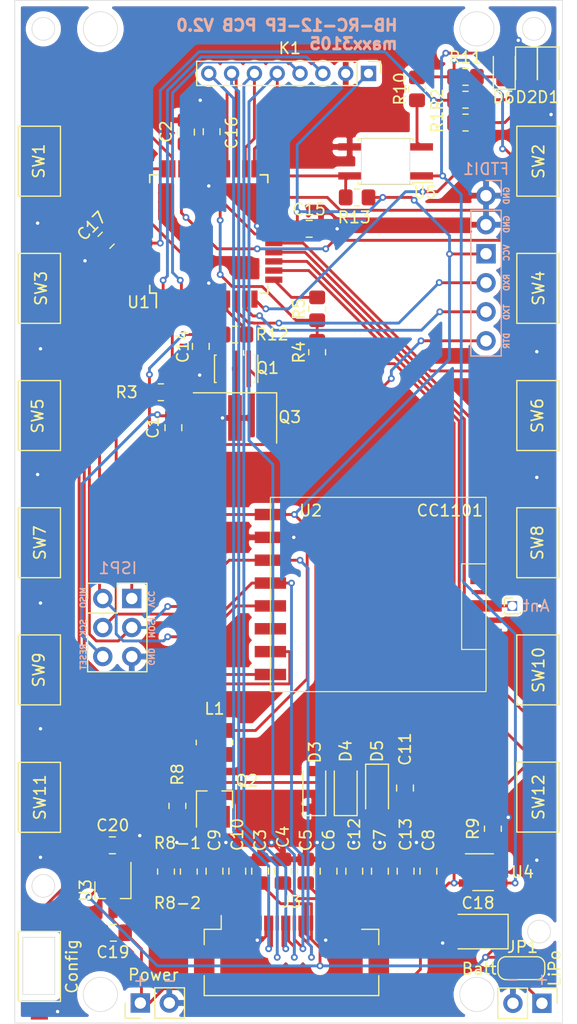
<source format=kicad_pcb>
(kicad_pcb (version 20171130) (host pcbnew "(5.1.9)-1")
  (layers (0 F.Cu signal) (31 B.Cu signal) (34 B.Paste user) (35 F.Paste user) (36 B.SilkS user) (37 F.SilkS user) (38 B.Mask user) (39 F.Mask user) (44 Edge.Cuts user))
  (net 0 "")
  (net 1 "Net-(D1-Pad2)")
  (net 2 GND)
  (net 3 "Net-(D2-Pad2)")
  (net 4 "Net-(C11-Pad2)")
  (net 5 "Net-(C11-Pad1)")
  (net 6 /PREVGH)
  (net 7 /PREVGL)
  (net 8 "Net-(D6-Pad2)")
  (net 9 "Net-(D6-Pad1)")
  (net 10 /DTR)
  (net 11 +3V0)
  (net 12 "Net-(C8-Pad1)")
  (net 13 "Net-(C7-Pad1)")
  (net 14 "Net-(C6-Pad1)")
  (net 15 "Net-(C5-Pad1)")
  (net 16 "Net-(C4-Pad1)")
  (net 17 /MOSI)
  (net 18 /SCK)
  (net 19 /GX_CS)
  (net 20 /GX_DC)
  (net 21 /GX_RST)
  (net 22 /GX_BSY)
  (net 23 "Net-(J3-Pad7)")
  (net 24 "Net-(J3-Pad6)")
  (net 25 "Net-(C10-Pad1)")
  (net 26 "Net-(C9-Pad1)")
  (net 27 /RESE)
  (net 28 /GDR)
  (net 29 "Net-(J3-Pad1)")
  (net 30 +BATT)
  (net 31 "Net-(Q1-Pad2)")
  (net 32 "Net-(Q1-Pad1)")
  (net 33 /A6)
  (net 34 /A5)
  (net 35 /A4)
  (net 36 /A2)
  (net 37 /A1)
  (net 38 /A0)
  (net 39 /C2)
  (net 40 /A7)
  (net 41 /D7)
  (net 42 /D6)
  (net 43 /D5)
  (net 44 /D4)
  (net 45 /CONF)
  (net 46 /CC1101_CS)
  (net 47 /LED2)
  (net 48 /LED)
  (net 49 /A3)
  (net 50 "Net-(C2-Pad1)")
  (net 51 /SDA)
  (net 52 /SCL)
  (net 53 /D3)
  (net 54 /CC1101_GDO0)
  (net 55 /TXD)
  (net 56 /RXD)
  (net 57 /RESET)
  (net 58 /MISO)
  (net 59 "Net-(U2-Pad6)")
  (net 60 "Net-(J1-Pad1)")
  (net 61 "Net-(R9-Pad1)")
  (net 62 "Net-(R10-Pad1)")
  (net 63 /B_CHARGING)
  (net 64 "Net-(R10-Pad2)")
  (net 65 /INT0)
  (net 66 "Net-(J5-Pad1)")
  (module Package_TO_SOT_SMD:SOT-23_Handsoldering (layer F.Cu) (at 104.85 139.3 90)
    (fp_text reference Q2 (at 1.65 2.85) (layer F.SilkS))
    (fp_text value IRLML6346TRBPF)
    (pad 3 smd rect (at 1.5 0 90) (size 1.9 0.8) (layers F.Cu F.Paste F.Mask) (net 5 "Net-(C11-Pad1)"))
    (pad 2 smd rect (at -1.5 0.95 90) (size 1.9 0.8) (layers F.Cu F.Paste F.Mask) (net 27 /RESE))
    (pad 1 smd rect (at -1.5 -0.95 90) (size 1.9 0.8) (layers F.Cu F.Paste F.Mask) (net 28 /GDR))
  )
  (module Package_TO_SOT_SMD:SOT-23_Handsoldering (layer F.Cu) (at 95.95 147.2 270)
    (fp_text reference U3 (at 0.05 2.4 270) (layer F.SilkS))
    (fp_text value "MCP 1700T-3002E")
    (pad 3 smd rect (at 1.5 0 270) (size 1.9 0.8) (layers F.Cu F.Paste F.Mask) (net 30 +BATT))
    (pad 2 smd rect (at -1.5 0.95 270) (size 1.9 0.8) (layers F.Cu F.Paste F.Mask) (net 11 +3V0))
    (pad 1 smd rect (at -1.5 -0.95 270) (size 1.9 0.8) (layers F.Cu F.Paste F.Mask) (net 2 GND))
  )
  (module Package_TO_SOT_SMD:SOT-23-5_HandSoldering (layer F.Cu) (at 128.4 145.65)
    (fp_text reference U4 (at 3.45 0 180) (layer F.SilkS))
    (fp_text value MCP73831T-2ACI/OT)
    (pad 5 smd rect (at 1.35 -0.95) (size 1.56 0.65) (layers F.Cu F.Paste F.Mask) (net 61 "Net-(R9-Pad1)"))
    (pad 4 smd rect (at 1.35 0.95) (size 1.56 0.65) (layers F.Cu F.Paste F.Mask) (net 8 "Net-(D6-Pad2)"))
    (pad 3 smd rect (at -1.35 0.95) (size 1.56 0.65) (layers F.Cu F.Paste F.Mask) (net 30 +BATT))
    (pad 2 smd rect (at -1.35 0) (size 1.56 0.65) (layers F.Cu F.Paste F.Mask) (net 2 GND))
    (pad 1 smd rect (at -1.35 -0.95) (size 1.56 0.65) (layers F.Cu F.Paste F.Mask) (net 62 "Net-(R10-Pad1)"))
  )
  (module Crystal:Resonator_SMD_muRata_SFECV-3Pin_6.9x2.9mm (layer F.Cu) (at 106.65 105.9 180)
    (fp_text reference Q3 (at -4.8 0.075) (layer F.SilkS))
    (fp_text value CSTCC8)
    (pad 3 smd rect (at 2.85 0 180) (size 1.2 4) (layers F.Cu F.Paste F.Mask) (net 31 "Net-(Q1-Pad2)"))
    (pad 2 smd rect (at 0 0 180) (size 1.2 4) (layers F.Cu F.Paste F.Mask) (net 2 GND))
    (pad 1 smd rect (at -2.85 0 180) (size 1.2 4) (layers F.Cu F.Paste F.Mask) (net 32 "Net-(Q1-Pad1)"))
  )
  (module Connector_FFC-FPC:Hirose_FH12-24S-0.5SH_1x24-1MP_P0.50mm_Horizontal (layer F.Cu) (at 111.6 151.95)
    (fp_text reference J3 (at 0 -3.7) (layer F.SilkS))
    (fp_text value eInk)
    (pad 24 smd rect (at 5.75 -1.85) (size 0.3 1.3) (layers F.Cu F.Paste F.Mask) (net 12 "Net-(C8-Pad1)"))
    (pad 23 smd rect (at 5.25 -1.85) (size 0.3 1.3) (layers F.Cu F.Paste F.Mask) (net 7 /PREVGL))
    (pad 22 smd rect (at 4.75 -1.85) (size 0.3 1.3) (layers F.Cu F.Paste F.Mask) (net 13 "Net-(C7-Pad1)"))
    (pad 21 smd rect (at 4.25 -1.85) (size 0.3 1.3) (layers F.Cu F.Paste F.Mask) (net 6 /PREVGH))
    (pad 20 smd rect (at 3.75 -1.85) (size 0.3 1.3) (layers F.Cu F.Paste F.Mask) (net 14 "Net-(C6-Pad1)"))
    (pad 19 smd rect (at 3.25 -1.85) (size 0.3 1.3) (layers F.Cu F.Paste F.Mask) (net 15 "Net-(C5-Pad1)"))
    (pad 18 smd rect (at 2.75 -1.85) (size 0.3 1.3) (layers F.Cu F.Paste F.Mask) (net 16 "Net-(C4-Pad1)"))
    (pad 17 smd rect (at 2.25 -1.85) (size 0.3 1.3) (layers F.Cu F.Paste F.Mask) (net 2 GND))
    (pad 16 smd rect (at 1.75 -1.85) (size 0.3 1.3) (layers F.Cu F.Paste F.Mask) (net 11 +3V0))
    (pad 15 smd rect (at 1.25 -1.85) (size 0.3 1.3) (layers F.Cu F.Paste F.Mask) (net 11 +3V0))
    (pad 14 smd rect (at 0.75 -1.85) (size 0.3 1.3) (layers F.Cu F.Paste F.Mask) (net 17 /MOSI))
    (pad 13 smd rect (at 0.25 -1.85) (size 0.3 1.3) (layers F.Cu F.Paste F.Mask) (net 18 /SCK))
    (pad 12 smd rect (at -0.25 -1.85) (size 0.3 1.3) (layers F.Cu F.Paste F.Mask) (net 19 /GX_CS))
    (pad 11 smd rect (at -0.75 -1.85) (size 0.3 1.3) (layers F.Cu F.Paste F.Mask) (net 20 /GX_DC))
    (pad 10 smd rect (at -1.25 -1.85) (size 0.3 1.3) (layers F.Cu F.Paste F.Mask) (net 21 /GX_RST))
    (pad 9 smd rect (at -1.75 -1.85) (size 0.3 1.3) (layers F.Cu F.Paste F.Mask) (net 22 /GX_BSY))
    (pad 8 smd rect (at -2.25 -1.85) (size 0.3 1.3) (layers F.Cu F.Paste F.Mask) (net 2 GND))
    (pad 7 smd rect (at -2.75 -1.85) (size 0.3 1.3) (layers F.Cu F.Paste F.Mask) (net 23 "Net-(J3-Pad7)"))
    (pad 6 smd rect (at -3.25 -1.85) (size 0.3 1.3) (layers F.Cu F.Paste F.Mask) (net 24 "Net-(J3-Pad6)"))
    (pad 5 smd rect (at -3.75 -1.85) (size 0.3 1.3) (layers F.Cu F.Paste F.Mask) (net 25 "Net-(C10-Pad1)"))
    (pad 4 smd rect (at -4.25 -1.85) (size 0.3 1.3) (layers F.Cu F.Paste F.Mask) (net 26 "Net-(C9-Pad1)"))
    (pad 3 smd rect (at -4.75 -1.85) (size 0.3 1.3) (layers F.Cu F.Paste F.Mask) (net 27 /RESE))
    (pad 2 smd rect (at -5.25 -1.85) (size 0.3 1.3) (layers F.Cu F.Paste F.Mask) (net 28 /GDR))
    (pad 1 smd rect (at -5.75 -1.85) (size 0.3 1.3) (layers F.Cu F.Paste F.Mask) (net 29 "Net-(J3-Pad1)"))
    (pad MP smd rect (at -7.65 1.4) (size 1.8 4) (layers F.Cu F.Paste F.Mask))
    (pad MP smd rect (at 7.65 1.4) (size 1.8 4) (layers F.Cu F.Paste F.Mask))
  )
  (module Connector_PinHeader_2.54mm:PinHeader_1x06_P2.54mm_Vertical (layer B.Cu) (at 128.65 86.45 180)
    (fp_text reference FTDI1 (at 0 2.33) (layer B.SilkS) (effects (justify mirror)))
    (fp_text value FTDI)
    (pad 6 thru_hole oval (at 0 -12.7 180) (size 1.7 1.7) (drill 1) (layers *.Cu *.Mask) (net 10 /DTR))
    (pad 5 thru_hole oval (at 0 -10.16 180) (size 1.7 1.7) (drill 1) (layers *.Cu *.Mask) (net 55 /TXD))
    (pad 4 thru_hole oval (at 0 -7.62 180) (size 1.7 1.7) (drill 1) (layers *.Cu *.Mask) (net 56 /RXD))
    (pad 3 thru_hole rect (at 0 -5.08 180) (size 1.7 1.7) (drill 1) (layers *.Cu *.Mask) (net 11 +3V0))
    (pad 2 thru_hole oval (at 0 -2.54 180) (size 1.7 1.7) (drill 1) (layers *.Cu *.Mask) (net 2 GND))
    (pad 1 thru_hole oval (at 0 0 180) (size 1.7 1.7) (drill 1) (layers *.Cu *.Mask) (net 2 GND))
  )
  (module Resistor_SMD:R_0805_2012Metric_Pad1.20x1.40mm_HandSolder (layer F.Cu) (at 122.6 77.1 270)
    (fp_text reference R10 (at 0 1.5 90) (layer F.SilkS))
    (fp_text value 680)
    (pad 2 smd roundrect (at 1 0 270) (size 1.2 1.4) (layers F.Cu F.Paste F.Mask) (roundrect_rratio 0.2083325) (net 64 "Net-(R10-Pad2)"))
    (pad 1 smd roundrect (at -1 0 270) (size 1.2 1.4) (layers F.Cu F.Paste F.Mask) (roundrect_rratio 0.2083325) (net 62 "Net-(R10-Pad1)"))
  )
  (module Connector_PinHeader_2.00mm:PinHeader_1x08_P2.00mm_Vertical (layer F.Cu) (at 118.35 75.75 270)
    (fp_text reference K1 (at -2.2 6.9 180) (layer F.SilkS))
    (fp_text value ePaper)
    (pad 8 thru_hole oval (at 0 14 270) (size 1.35 1.35) (drill 0.8) (layers *.Cu *.Mask) (net 22 /GX_BSY))
    (pad 7 thru_hole oval (at 0 12 270) (size 1.35 1.35) (drill 0.8) (layers *.Cu *.Mask) (net 21 /GX_RST))
    (pad 6 thru_hole oval (at 0 10 270) (size 1.35 1.35) (drill 0.8) (layers *.Cu *.Mask) (net 20 /GX_DC))
    (pad 5 thru_hole oval (at 0 8 270) (size 1.35 1.35) (drill 0.8) (layers *.Cu *.Mask) (net 19 /GX_CS))
    (pad 4 thru_hole oval (at 0 6 270) (size 1.35 1.35) (drill 0.8) (layers *.Cu *.Mask) (net 18 /SCK))
    (pad 3 thru_hole oval (at 0 4 270) (size 1.35 1.35) (drill 0.8) (layers *.Cu *.Mask) (net 17 /MOSI))
    (pad 2 thru_hole oval (at 0 2 270) (size 1.35 1.35) (drill 0.8) (layers *.Cu *.Mask) (net 2 GND))
    (pad 1 thru_hole rect (at 0 0 270) (size 1.35 1.35) (drill 0.8) (layers *.Cu *.Mask) (net 11 +3V0))
  )
  (module Jumper:SolderJumper-3_P1.3mm_Open_RoundedPad1.0x1.5mm_NumberLabels (layer F.Cu) (at 131.75 154.05)
    (fp_text reference JP1 (at 0.1 -1.85) (layer F.SilkS))
    (fp_text value SolderJumper_3_Open)
    (fp_text user Batt (at -3.7 0.05 180) (layer F.SilkS))
    (fp_text user LiPo (at 2.9 0 90) (layer F.SilkS))
    (pad 2 smd rect (at 0 0) (size 1 1.5) (layers F.Cu F.Mask) (net 66 "Net-(J5-Pad1)"))
    (pad 3 smd custom (at 1.3 0) (size 1 0.5) (layers F.Cu F.Mask) (net 8 "Net-(D6-Pad2)") (options (clearance outline) (anchor rect)) (primitives (gr_circle (center 0 0.25) (end 0.5 0.25) (width 0)) (gr_circle (center 0 -0.25) (end 0.5 -0.25) (width 0)) (gr_poly (pts (xy -0.55 -0.75) (xy 0 -0.75) (xy 0 0.75) (xy -0.55 0.75)) (width 0))))
    (pad 1 smd custom (at -1.3 0) (size 1 0.5) (layers F.Cu F.Mask) (net 11 +3V0) (options (clearance outline) (anchor rect)) (primitives (gr_circle (center 0 0.25) (end 0.5 0.25) (width 0)) (gr_circle (center 0 -0.25) (end 0.5 -0.25) (width 0)) (gr_poly (pts (xy 0.55 -0.75) (xy 0 -0.75) (xy 0 0.75) (xy 0.55 0.75)) (width 0))))
  )
  (module Capacitor_SMD:C_0805_2012Metric_Pad1.18x1.45mm_HandSolder (layer F.Cu) (at 95.35 90.35 225)
    (fp_text reference C17 (at 0.023161 1.767767 45) (layer F.SilkS))
    (fp_text value 100n)
    (pad 2 smd roundrect (at 1.0375 0 225) (size 1.175 1.45) (layers F.Cu F.Paste F.Mask) (roundrect_rratio 0.213) (net 2 GND))
    (pad 1 smd roundrect (at -1.0375 0 225) (size 1.175 1.45) (layers F.Cu F.Paste F.Mask) (roundrect_rratio 0.2127659574468085) (net 11 +3V0))
  )
  (module Package_QFP:TQFP-44_10x10mm_P0.8mm (layer F.Cu) (at 104.35 89.8 90)
    (fp_text reference U1 (at -5.975 -6.15 180) (layer F.SilkS))
    (fp_text value ATmega1284P-AU)
    (pad 1 smd rect (at -5.7 -4 90) (size 1.5 0.55) (layers F.Cu F.Paste F.Mask) (net 17 /MOSI))
    (pad 2 smd rect (at -5.7 -3.2 90) (size 1.5 0.55) (layers F.Cu F.Paste F.Mask) (net 58 /MISO))
    (pad 3 smd rect (at -5.7 -2.4 90) (size 1.5 0.55) (layers F.Cu F.Paste F.Mask) (net 18 /SCK))
    (pad 4 smd rect (at -5.7 -1.6 90) (size 1.5 0.55) (layers F.Cu F.Paste F.Mask) (net 57 /RESET))
    (pad 5 smd rect (at -5.7 -0.8 90) (size 1.5 0.55) (layers F.Cu F.Paste F.Mask) (net 11 +3V0))
    (pad 6 smd rect (at -5.7 0 90) (size 1.5 0.55) (layers F.Cu F.Paste F.Mask) (net 2 GND))
    (pad 7 smd rect (at -5.7 0.8 90) (size 1.5 0.55) (layers F.Cu F.Paste F.Mask) (net 31 "Net-(Q1-Pad2)"))
    (pad 8 smd rect (at -5.7 1.6 90) (size 1.5 0.55) (layers F.Cu F.Paste F.Mask) (net 32 "Net-(Q1-Pad1)"))
    (pad 9 smd rect (at -5.7 2.4 90) (size 1.5 0.55) (layers F.Cu F.Paste F.Mask) (net 56 /RXD))
    (pad 10 smd rect (at -5.7 3.2 90) (size 1.5 0.55) (layers F.Cu F.Paste F.Mask) (net 55 /TXD))
    (pad 11 smd rect (at -5.7 4 90) (size 1.5 0.55) (layers F.Cu F.Paste F.Mask) (net 48 /LED))
    (pad 12 smd rect (at -4 5.7 180) (size 1.5 0.55) (layers F.Cu F.Paste F.Mask) (net 53 /D3))
    (pad 13 smd rect (at -3.2 5.7 180) (size 1.5 0.55) (layers F.Cu F.Paste F.Mask) (net 44 /D4))
    (pad 14 smd rect (at -2.4 5.7 180) (size 1.5 0.55) (layers F.Cu F.Paste F.Mask) (net 43 /D5))
    (pad 15 smd rect (at -1.6 5.7 180) (size 1.5 0.55) (layers F.Cu F.Paste F.Mask) (net 42 /D6))
    (pad 16 smd rect (at -0.8 5.7 180) (size 1.5 0.55) (layers F.Cu F.Paste F.Mask) (net 41 /D7))
    (pad 17 smd rect (at 0 5.7 180) (size 1.5 0.55) (layers F.Cu F.Paste F.Mask) (net 11 +3V0))
    (pad 18 smd rect (at 0.8 5.7 180) (size 1.5 0.55) (layers F.Cu F.Paste F.Mask) (net 2 GND))
    (pad 19 smd rect (at 1.6 5.7 180) (size 1.5 0.55) (layers F.Cu F.Paste F.Mask) (net 52 /SCL))
    (pad 20 smd rect (at 2.4 5.7 180) (size 1.5 0.55) (layers F.Cu F.Paste F.Mask) (net 51 /SDA))
    (pad 21 smd rect (at 3.2 5.7 180) (size 1.5 0.55) (layers F.Cu F.Paste F.Mask) (net 39 /C2))
    (pad 22 smd rect (at 4 5.7 180) (size 1.5 0.55) (layers F.Cu F.Paste F.Mask) (net 63 /B_CHARGING))
    (pad 23 smd rect (at 5.7 4 90) (size 1.5 0.55) (layers F.Cu F.Paste F.Mask) (net 19 /GX_CS))
    (pad 24 smd rect (at 5.7 3.2 90) (size 1.5 0.55) (layers F.Cu F.Paste F.Mask) (net 20 /GX_DC))
    (pad 25 smd rect (at 5.7 2.4 90) (size 1.5 0.55) (layers F.Cu F.Paste F.Mask) (net 21 /GX_RST))
    (pad 26 smd rect (at 5.7 1.6 90) (size 1.5 0.55) (layers F.Cu F.Paste F.Mask) (net 22 /GX_BSY))
    (pad 27 smd rect (at 5.7 0.8 90) (size 1.5 0.55) (layers F.Cu F.Paste F.Mask) (net 11 +3V0))
    (pad 28 smd rect (at 5.7 0 90) (size 1.5 0.55) (layers F.Cu F.Paste F.Mask) (net 2 GND))
    (pad 29 smd rect (at 5.7 -0.8 90) (size 1.5 0.55) (layers F.Cu F.Paste F.Mask) (net 50 "Net-(C2-Pad1)"))
    (pad 30 smd rect (at 5.7 -1.6 90) (size 1.5 0.55) (layers F.Cu F.Paste F.Mask) (net 40 /A7))
    (pad 31 smd rect (at 5.7 -2.4 90) (size 1.5 0.55) (layers F.Cu F.Paste F.Mask) (net 33 /A6))
    (pad 32 smd rect (at 5.7 -3.2 90) (size 1.5 0.55) (layers F.Cu F.Paste F.Mask) (net 34 /A5))
    (pad 33 smd rect (at 5.7 -4 90) (size 1.5 0.55) (layers F.Cu F.Paste F.Mask) (net 35 /A4))
    (pad 34 smd rect (at 4 -5.7 180) (size 1.5 0.55) (layers F.Cu F.Paste F.Mask) (net 49 /A3))
    (pad 35 smd rect (at 3.2 -5.7 180) (size 1.5 0.55) (layers F.Cu F.Paste F.Mask) (net 36 /A2))
    (pad 36 smd rect (at 2.4 -5.7 180) (size 1.5 0.55) (layers F.Cu F.Paste F.Mask) (net 37 /A1))
    (pad 37 smd rect (at 1.6 -5.7 180) (size 1.5 0.55) (layers F.Cu F.Paste F.Mask) (net 38 /A0))
    (pad 38 smd rect (at 0.8 -5.7 180) (size 1.5 0.55) (layers F.Cu F.Paste F.Mask) (net 11 +3V0))
    (pad 39 smd rect (at 0 -5.7 180) (size 1.5 0.55) (layers F.Cu F.Paste F.Mask) (net 2 GND))
    (pad 40 smd rect (at -0.8 -5.7 180) (size 1.5 0.55) (layers F.Cu F.Paste F.Mask) (net 47 /LED2))
    (pad 41 smd rect (at -1.6 -5.7 180) (size 1.5 0.55) (layers F.Cu F.Paste F.Mask) (net 45 /CONF))
    (pad 42 smd rect (at -2.4 -5.7 180) (size 1.5 0.55) (layers F.Cu F.Paste F.Mask) (net 54 /CC1101_GDO0))
    (pad 43 smd rect (at -3.2 -5.7 180) (size 1.5 0.55) (layers F.Cu F.Paste F.Mask) (net 65 /INT0))
    (pad 44 smd rect (at -4 -5.7 180) (size 1.5 0.55) (layers F.Cu F.Paste F.Mask) (net 46 /CC1101_CS))
  )
  (module Resistor_SMD:R_0805_2012Metric_Pad1.20x1.40mm_HandSolder (layer F.Cu) (at 101.6 139.85 90)
    (fp_text reference R8 (at 2.75 0 90) (layer F.SilkS))
    (fp_text value 100k)
    (pad 2 smd roundrect (at 1 0 90) (size 1.2 1.4) (layers F.Cu F.Paste F.Mask) (roundrect_rratio 0.2083325) (net 2 GND))
    (pad 1 smd roundrect (at -1 0 90) (size 1.2 1.4) (layers F.Cu F.Paste F.Mask) (roundrect_rratio 0.2083325) (net 28 /GDR))
  )
  (module Resistor_SMD:R_0805_2012Metric_Pad1.20x1.40mm_HandSolder (layer F.Cu) (at 100.6 145.6 90)
    (fp_text reference R8-2 (at -2.75 1 180) (layer F.SilkS))
    (fp_text value 1)
    (pad 2 smd roundrect (at 1 0 90) (size 1.2 1.4) (layers F.Cu F.Paste F.Mask) (roundrect_rratio 0.2083325) (net 2 GND))
    (pad 1 smd roundrect (at -1 0 90) (size 1.2 1.4) (layers F.Cu F.Paste F.Mask) (roundrect_rratio 0.2083325) (net 27 /RESE))
  )
  (module Capacitor_SMD:C_0805_2012Metric_Pad1.18x1.45mm_HandSolder (layer F.Cu) (at 110.85 145.5625 90)
    (fp_text reference C4 (at 3 0 90) (layer F.SilkS))
    (fp_text value 1µF/25V)
    (pad 2 smd roundrect (at 1.0375 0 90) (size 1.175 1.45) (layers F.Cu F.Paste F.Mask) (roundrect_rratio 0.2127659574468085) (net 2 GND))
    (pad 1 smd roundrect (at -1.0375 0 90) (size 1.175 1.45) (layers F.Cu F.Paste F.Mask) (roundrect_rratio 0.2127659574468085) (net 16 "Net-(C4-Pad1)"))
  )
  (module Diode_SMD:D_SOD-123 (layer F.Cu) (at 119.1 138.45 270)
    (fp_text reference D5 (at -3.4 0 90) (layer F.SilkS))
    (fp_text value MBR0530)
    (pad 2 smd rect (at 1.65 0 270) (size 0.9 1.2) (layers F.Cu F.Paste F.Mask) (net 7 /PREVGL))
    (pad 1 smd rect (at -1.65 0 270) (size 0.9 1.2) (layers F.Cu F.Paste F.Mask) (net 4 "Net-(C11-Pad2)"))
  )
  (module Diode_SMD:D_SOD-123 (layer F.Cu) (at 116.35 138.45 90)
    (fp_text reference D4 (at 3.4 0 90) (layer F.SilkS))
    (fp_text value MBR0530)
    (pad 2 smd rect (at 1.65 0 90) (size 0.9 1.2) (layers F.Cu F.Paste F.Mask) (net 5 "Net-(C11-Pad1)"))
    (pad 1 smd rect (at -1.65 0 90) (size 0.9 1.2) (layers F.Cu F.Paste F.Mask) (net 6 /PREVGH))
  )
  (module Resistor_SMD:R_0805_2012Metric_Pad1.20x1.40mm_HandSolder (layer F.Cu) (at 106.65 98.6 180)
    (fp_text reference R12 (at -3.25 0) (layer F.SilkS))
    (fp_text value 1M)
    (pad 2 smd roundrect (at 1 0 180) (size 1.2 1.4) (layers F.Cu F.Paste F.Mask) (roundrect_rratio 0.2083325) (net 31 "Net-(Q1-Pad2)"))
    (pad 1 smd roundrect (at -1 0 180) (size 1.2 1.4) (layers F.Cu F.Paste F.Mask) (roundrect_rratio 0.2083325) (net 32 "Net-(Q1-Pad1)"))
  )
  (module Package_SO:SO-4_4.4x3.6mm_P2.54mm (layer F.Cu) (at 119.85 83.45 180)
    (fp_text reference U5 (at -3.45 -2.725) (layer F.SilkS))
    (fp_text value PC357)
    (pad 4 smd rect (at 3.15 -1.27 180) (size 2 0.64) (layers F.Cu F.Paste F.Mask) (net 63 /B_CHARGING))
    (pad 3 smd rect (at 3.15 1.27 180) (size 2 0.64) (layers F.Cu F.Paste F.Mask) (net 2 GND))
    (pad 2 smd rect (at -3.15 1.27 180) (size 2 0.64) (layers F.Cu F.Paste F.Mask) (net 64 "Net-(R10-Pad2)"))
    (pad 1 smd rect (at -3.15 -1.27 180) (size 2 0.64) (layers F.Cu F.Paste F.Mask) (net 8 "Net-(D6-Pad2)"))
  )
  (module CC1101_module:CC1101_SMD (layer F.Cu) (at 109.75 114.35)
    (fp_text reference U2 (at 3.533 -0.342) (layer F.SilkS))
    (fp_text value CC1101 (at 15.725 -0.342) (layer F.SilkS))
    (pad 8 smd rect (at 0 14) (size 2.75 1) (layers F.Cu F.Paste F.Mask) (net 46 /CC1101_CS))
    (pad 7 smd rect (at 0 12) (size 2.75 1) (layers F.Cu F.Paste F.Mask) (net 54 /CC1101_GDO0))
    (pad 6 smd rect (at 0 10) (size 2.75 1) (layers F.Cu F.Paste F.Mask) (net 59 "Net-(U2-Pad6)"))
    (pad 11 smd rect (at 18.9 10.5) (size 2.75 1) (layers F.Cu F.Paste F.Mask) (net 2 GND))
    (pad 5 smd rect (at 0 8) (size 2.75 1) (layers F.Cu F.Paste F.Mask) (net 58 /MISO))
    (pad 9 smd rect (at 18.9 8) (size 2.75 1) (layers F.Cu F.Paste F.Mask) (net 60 "Net-(J1-Pad1)"))
    (pad 4 smd rect (at 0 6) (size 2.75 1) (layers F.Cu F.Paste F.Mask) (net 18 /SCK))
    (pad 10 smd rect (at 18.9 5.6) (size 2.75 1) (layers F.Cu F.Paste F.Mask) (net 2 GND))
    (pad 3 smd rect (at 0 4) (size 2.75 1) (layers F.Cu F.Paste F.Mask) (net 17 /MOSI))
    (pad 2 smd rect (at 0 2) (size 2.75 1) (layers F.Cu F.Paste F.Mask) (net 2 GND))
    (pad 1 smd rect (at 0 0) (size 2.75 1) (layers F.Cu F.Paste F.Mask) (net 11 +3V0))
  )
  (module Button_Switch_SMD:SW_SPST_CK_RS282G05A3 (layer F.Cu) (at 89.5 153.9 90)
    (fp_text reference Config (at 0 2.85 90) (layer F.SilkS))
    (fp_text value SW_Push)
    (pad 2 smd rect (at 3.9 0 90) (size 1.5 1.5) (layers F.Cu F.Paste F.Mask) (net 45 /CONF))
    (pad 1 smd rect (at -3.9 0 90) (size 1.5 1.5) (layers F.Cu F.Paste F.Mask) (net 2 GND))
  )
  (module Button_Switch_SMD:SW_SPST_CK_RS282G05A3 (layer F.Cu) (at 133.2 139.08 90)
    (fp_text reference SW12 (at 0 0.05 90) (layer F.SilkS))
    (fp_text value SW_Push)
    (pad 2 smd rect (at 3.9 0 90) (size 1.5 1.5) (layers F.Cu F.Paste F.Mask) (net 44 /D4))
    (pad 1 smd rect (at -3.9 0 90) (size 1.5 1.5) (layers F.Cu F.Paste F.Mask) (net 2 GND))
  )
  (module Button_Switch_SMD:SW_SPST_CK_RS282G05A3 (layer F.Cu) (at 133.2 127.95 270)
    (fp_text reference SW10 (at 0 -0.05 90) (layer F.SilkS))
    (fp_text value SW_Push)
    (pad 2 smd rect (at 3.9 0 270) (size 1.5 1.5) (layers F.Cu F.Paste F.Mask) (net 43 /D5))
    (pad 1 smd rect (at -3.9 0 270) (size 1.5 1.5) (layers F.Cu F.Paste F.Mask) (net 2 GND))
  )
  (module Button_Switch_SMD:SW_SPST_CK_RS282G05A3 (layer F.Cu) (at 133.2 116.82 90)
    (fp_text reference SW8 (at 0 -0.05 90) (layer F.SilkS))
    (fp_text value SW_Push)
    (pad 2 smd rect (at 3.9 0 90) (size 1.5 1.5) (layers F.Cu F.Paste F.Mask) (net 42 /D6))
    (pad 1 smd rect (at -3.9 0 90) (size 1.5 1.5) (layers F.Cu F.Paste F.Mask) (net 2 GND))
  )
  (module Button_Switch_SMD:SW_SPST_CK_RS282G05A3 (layer F.Cu) (at 133.2 105.69 90)
    (fp_text reference SW6 (at 0 -0.05 90) (layer F.SilkS))
    (fp_text value SW_Push)
    (pad 2 smd rect (at 3.9 0 90) (size 1.5 1.5) (layers F.Cu F.Paste F.Mask) (net 41 /D7))
    (pad 1 smd rect (at -3.9 0 90) (size 1.5 1.5) (layers F.Cu F.Paste F.Mask) (net 2 GND))
  )
  (module Button_Switch_SMD:SW_SPST_CK_RS282G05A3 (layer F.Cu) (at 133.2 94.56 90)
    (fp_text reference SW4 (at 0.01 0.05 90) (layer F.SilkS))
    (fp_text value SW_Push)
    (pad 2 smd rect (at 3.9 0 90) (size 1.5 1.5) (layers F.Cu F.Paste F.Mask) (net 33 /A6))
    (pad 1 smd rect (at -3.9 0 90) (size 1.5 1.5) (layers F.Cu F.Paste F.Mask) (net 2 GND))
  )
  (module Button_Switch_SMD:SW_SPST_CK_RS282G05A3 (layer F.Cu) (at 133.2 83.43 270)
    (fp_text reference SW2 (at 0.02 -0.05 90) (layer F.SilkS))
    (fp_text value SW_Push)
    (pad 2 smd rect (at 3.9 0 270) (size 1.5 1.5) (layers F.Cu F.Paste F.Mask) (net 39 /C2))
    (pad 1 smd rect (at -3.9 0 270) (size 1.5 1.5) (layers F.Cu F.Paste F.Mask) (net 2 GND))
  )
  (module Button_Switch_SMD:SW_SPST_CK_RS282G05A3 (layer F.Cu) (at 89.5 139.1 90)
    (fp_text reference SW11 (at 0 0.05 90) (layer F.SilkS))
    (fp_text value SW_Push)
    (pad 2 smd rect (at 3.9 0 90) (size 1.5 1.5) (layers F.Cu F.Paste F.Mask) (net 38 /A0))
    (pad 1 smd rect (at -3.9 0 90) (size 1.5 1.5) (layers F.Cu F.Paste F.Mask) (net 2 GND))
  )
  (module Button_Switch_SMD:SW_SPST_CK_RS282G05A3 (layer F.Cu) (at 89.5 127.95 90)
    (fp_text reference SW9 (at 0 -0.05 90) (layer F.SilkS))
    (fp_text value SW_Push)
    (pad 2 smd rect (at 3.9 0 90) (size 1.5 1.5) (layers F.Cu F.Paste F.Mask) (net 37 /A1))
    (pad 1 smd rect (at -3.9 0 90) (size 1.5 1.5) (layers F.Cu F.Paste F.Mask) (net 2 GND))
  )
  (module Button_Switch_SMD:SW_SPST_CK_RS282G05A3 (layer F.Cu) (at 89.5 116.82 90)
    (fp_text reference SW7 (at 0 0.05 90) (layer F.SilkS))
    (fp_text value SW_Push)
    (pad 2 smd rect (at 3.9 0 90) (size 1.5 1.5) (layers F.Cu F.Paste F.Mask) (net 36 /A2))
    (pad 1 smd rect (at -3.9 0 90) (size 1.5 1.5) (layers F.Cu F.Paste F.Mask) (net 2 GND))
  )
  (module Button_Switch_SMD:SW_SPST_CK_RS282G05A3 (layer F.Cu) (at 89.5 105.69 90)
    (fp_text reference SW5 (at -0.04 -0.15 90) (layer F.SilkS))
    (fp_text value SW_Push)
    (pad 2 smd rect (at 3.9 0 90) (size 1.5 1.5) (layers F.Cu F.Paste F.Mask) (net 49 /A3))
    (pad 1 smd rect (at -3.9 0 90) (size 1.5 1.5) (layers F.Cu F.Paste F.Mask) (net 2 GND))
  )
  (module Button_Switch_SMD:SW_SPST_CK_RS282G05A3 (layer F.Cu) (at 89.5 94.56 90)
    (fp_text reference SW3 (at 0 0.15 90) (layer F.SilkS))
    (fp_text value SW_Push)
    (pad 2 smd rect (at 3.9 0 90) (size 1.5 1.5) (layers F.Cu F.Paste F.Mask) (net 35 /A4))
    (pad 1 smd rect (at -3.9 0 90) (size 1.5 1.5) (layers F.Cu F.Paste F.Mask) (net 2 GND))
  )
  (module Button_Switch_SMD:SW_SPST_CK_RS282G05A3 (layer F.Cu) (at 89.5 83.43 90)
    (fp_text reference SW1 (at 0 -0.05 90) (layer F.SilkS))
    (fp_text value SW_Push)
    (pad 2 smd rect (at 3.9 0 90) (size 1.5 1.5) (layers F.Cu F.Paste F.Mask) (net 34 /A5))
    (pad 1 smd rect (at -3.9 0 90) (size 1.5 1.5) (layers F.Cu F.Paste F.Mask) (net 2 GND))
  )
  (module Resistor_SMD:R_0805_2012Metric_Pad1.20x1.40mm_HandSolder (layer F.Cu) (at 102.6 145.6 90)
    (fp_text reference R8-1 (at 2.5 -1 180) (layer F.SilkS))
    (fp_text value 1)
    (pad 2 smd roundrect (at 1 0 90) (size 1.2 1.4) (layers F.Cu F.Paste F.Mask) (roundrect_rratio 0.2083325) (net 2 GND))
    (pad 1 smd roundrect (at -1 0 90) (size 1.2 1.4) (layers F.Cu F.Paste F.Mask) (roundrect_rratio 0.2083325) (net 27 /RESE))
  )
  (module Resistor_SMD:R_0805_2012Metric_Pad1.20x1.40mm_HandSolder (layer F.Cu) (at 117.35 86.6 180)
    (fp_text reference R13 (at 0.25 -1.75) (layer F.SilkS))
    (fp_text value 100k)
    (pad 2 smd roundrect (at 1 0 180) (size 1.2 1.4) (layers F.Cu F.Paste F.Mask) (roundrect_rratio 0.2083325) (net 63 /B_CHARGING))
    (pad 1 smd roundrect (at -1 0 180) (size 1.2 1.4) (layers F.Cu F.Paste F.Mask) (roundrect_rratio 0.2083325) (net 11 +3V0))
  )
  (module Resistor_SMD:R_0805_2012Metric_Pad1.20x1.40mm_HandSolder (layer F.Cu) (at 126.85 76.05)
    (fp_text reference R11 (at 0 -1.7) (layer F.SilkS))
    (fp_text value 1k)
    (pad 2 smd roundrect (at 1 0) (size 1.2 1.4) (layers F.Cu F.Paste F.Mask) (roundrect_rratio 0.2083325) (net 9 "Net-(D6-Pad1)"))
    (pad 1 smd roundrect (at -1 0) (size 1.2 1.4) (layers F.Cu F.Paste F.Mask) (roundrect_rratio 0.2083325) (net 62 "Net-(R10-Pad1)"))
  )
  (module Resistor_SMD:R_0805_2012Metric_Pad1.20x1.40mm_HandSolder (layer F.Cu) (at 129.25 141.85 90)
    (fp_text reference R9 (at 0 -1.75 90) (layer F.SilkS))
    (fp_text value 4k7)
    (pad 2 smd roundrect (at 1 0 90) (size 1.2 1.4) (layers F.Cu F.Paste F.Mask) (roundrect_rratio 0.2083325) (net 2 GND))
    (pad 1 smd roundrect (at -1 0 90) (size 1.2 1.4) (layers F.Cu F.Paste F.Mask) (roundrect_rratio 0.2083325) (net 61 "Net-(R9-Pad1)"))
  )
  (module Resistor_SMD:R_0805_2012Metric_Pad1.20x1.40mm_HandSolder (layer F.Cu) (at 113.85 96.35 90)
    (fp_text reference R5 (at 0 -1.6 90) (layer F.SilkS))
    (fp_text value 100k)
    (pad 2 smd roundrect (at 1 0 90) (size 1.2 1.4) (layers F.Cu F.Paste F.Mask) (roundrect_rratio 0.2083325) (net 53 /D3))
    (pad 1 smd roundrect (at -1 0 90) (size 1.2 1.4) (layers F.Cu F.Paste F.Mask) (roundrect_rratio 0.2083325) (net 40 /A7))
  )
  (module Resistor_SMD:R_0805_2012Metric_Pad1.20x1.40mm_HandSolder (layer F.Cu) (at 113.85 100.15 90)
    (fp_text reference R4 (at 0 -1.6 90) (layer F.SilkS))
    (fp_text value 470k)
    (pad 2 smd roundrect (at 1 0 90) (size 1.2 1.4) (layers F.Cu F.Paste F.Mask) (roundrect_rratio 0.2083325) (net 40 /A7))
    (pad 1 smd roundrect (at -1 0 90) (size 1.2 1.4) (layers F.Cu F.Paste F.Mask) (roundrect_rratio 0.2083325) (net 30 +BATT))
  )
  (module Resistor_SMD:R_0805_2012Metric_Pad1.20x1.40mm_HandSolder (layer F.Cu) (at 100.15 103.65)
    (fp_text reference R3 (at -3 0) (layer F.SilkS))
    (fp_text value 10k)
    (pad 2 smd roundrect (at 1 0) (size 1.2 1.4) (layers F.Cu F.Paste F.Mask) (roundrect_rratio 0.2083325) (net 57 /RESET))
    (pad 1 smd roundrect (at -1 0) (size 1.2 1.4) (layers F.Cu F.Paste F.Mask) (roundrect_rratio 0.2083325) (net 11 +3V0))
  )
  (module Resistor_SMD:R_0805_2012Metric_Pad1.20x1.40mm_HandSolder (layer F.Cu) (at 126.85 78.05)
    (fp_text reference R2 (at -2.475 -0.025 90) (layer F.SilkS))
    (fp_text value 1,5k)
    (pad 2 smd roundrect (at 1 0) (size 1.2 1.4) (layers F.Cu F.Paste F.Mask) (roundrect_rratio 0.2083325) (net 3 "Net-(D2-Pad2)"))
    (pad 1 smd roundrect (at -1 0) (size 1.2 1.4) (layers F.Cu F.Paste F.Mask) (roundrect_rratio 0.2083325) (net 47 /LED2))
  )
  (module Resistor_SMD:R_0805_2012Metric_Pad1.20x1.40mm_HandSolder (layer F.Cu) (at 126.85 80.05)
    (fp_text reference R1 (at -2.5 -0.05 90) (layer F.SilkS))
    (fp_text value 1,5k)
    (pad 2 smd roundrect (at 1 0) (size 1.2 1.4) (layers F.Cu F.Paste F.Mask) (roundrect_rratio 0.2083325) (net 1 "Net-(D1-Pad2)"))
    (pad 1 smd roundrect (at -1 0) (size 1.2 1.4) (layers F.Cu F.Paste F.Mask) (roundrect_rratio 0.2083325) (net 48 /LED))
  )
  (module Crystal:Resonator_SMD_muRata_CSTxExxV-3Pin_3.0x1.1mm_HandSoldering (layer F.Cu) (at 106.65 101.6 180)
    (fp_text reference Q1 (at -2.85 0.075) (layer F.SilkS))
    (fp_text value CSTCE8)
    (pad 3 smd rect (at 1.2 0 180) (size 0.4 3.2) (layers F.Cu F.Paste F.Mask) (net 31 "Net-(Q1-Pad2)"))
    (pad 2 smd rect (at 0 0 180) (size 0.4 3.2) (layers F.Cu F.Paste F.Mask) (net 2 GND))
    (pad 1 smd rect (at -1.2 0 180) (size 0.4 3.2) (layers F.Cu F.Paste F.Mask) (net 32 "Net-(Q1-Pad1)"))
  )
  (module Inductor_SMD:L_Wuerth_MAPI-3012 (layer F.Cu) (at 104.85 134.3 270)
    (fp_text reference L1 (at -2.95 0) (layer F.SilkS))
    (fp_text value 68µH)
    (pad 2 smd rect (at 1.05 0 270) (size 1.3 3.4) (layers F.Cu F.Paste F.Mask) (net 5 "Net-(C11-Pad1)"))
    (pad 1 smd rect (at -1.05 0 270) (size 1.3 3.4) (layers F.Cu F.Paste F.Mask) (net 11 +3V0))
  )
  (module Connector_PinHeader_2.54mm:PinHeader_1x02_P2.54mm_Vertical (layer F.Cu) (at 98.35 157.1 90)
    (fp_text reference Power (at 2.475 1.15 180) (layer F.SilkS))
    (fp_text value Batt)
    (pad 1 thru_hole rect (at 0 0 90) (size 1.7 1.7) (drill 1) (layers *.Cu *.Mask) (net 30 +BATT))
    (pad 2 thru_hole oval (at 0 2.54 90) (size 1.7 1.7) (drill 1) (layers *.Cu *.Mask) (net 2 GND))
  )
  (module Connector_PinHeader_2.54mm:PinHeader_1x02_P2.54mm_Vertical (layer F.Cu) (at 133.55 157.125 270)
    (fp_text reference + (at -2.05 0.075 90) (layer B.SilkS))
    (fp_text value Power)
    (pad 2 thru_hole oval (at 0 2.54 270) (size 1.7 1.7) (drill 1) (layers *.Cu *.Mask) (net 2 GND))
    (pad 1 thru_hole rect (at 0 0 270) (size 1.7 1.7) (drill 1) (layers *.Cu *.Mask) (net 66 "Net-(J5-Pad1)"))
  )
  (module Connector_PinHeader_1.00mm:PinHeader_1x01_P1.00mm_Vertical (layer F.Cu) (at 130.95 122.35)
    (fp_text reference Ant (at 2.1 0) (layer B.SilkS) (effects (justify mirror)))
    (fp_text value Ant)
    (pad 1 thru_hole rect (at 0 0) (size 0.85 0.85) (drill 0.75) (layers *.Cu *.Mask) (net 60 "Net-(J1-Pad1)"))
  )
  (module Connector_PinHeader_2.54mm:PinHeader_2x03_P2.54mm_Vertical (layer F.Cu) (at 95.06 121.7)
    (fp_text reference ISP1 (at 1.315 -2.65) (layer B.SilkS) (effects (justify mirror)))
    (fp_text value ISP)
    (pad 6 thru_hole oval (at 2.54 5.08) (size 1.7 1.7) (drill 1) (layers *.Cu *.Mask) (net 2 GND))
    (pad 5 thru_hole oval (at 0 5.08) (size 1.7 1.7) (drill 1) (layers *.Cu *.Mask) (net 57 /RESET))
    (pad 4 thru_hole oval (at 2.54 2.54) (size 1.7 1.7) (drill 1) (layers *.Cu *.Mask) (net 17 /MOSI))
    (pad 3 thru_hole oval (at 0 2.54) (size 1.7 1.7) (drill 1) (layers *.Cu *.Mask) (net 18 /SCK))
    (pad 2 thru_hole rect (at 2.54 0) (size 1.7 1.7) (drill 1) (layers *.Cu *.Mask) (net 11 +3V0))
    (pad 1 thru_hole oval (at 0 0) (size 1.7 1.7) (drill 1) (layers *.Cu *.Mask) (net 58 /MISO))
  )
  (module LED_SMD:LED_0805_2012Metric_Pad1.15x1.40mm_HandSolder (layer F.Cu) (at 130.25 75.275 90)
    (fp_text reference D6 (at -2.575 -0.05 180) (layer F.SilkS))
    (fp_text value "LED wt")
    (pad 2 smd roundrect (at 1.025 0 90) (size 1.15 1.4) (layers F.Cu F.Paste F.Mask) (roundrect_rratio 0.2173904347826087) (net 8 "Net-(D6-Pad2)"))
    (pad 1 smd roundrect (at -1.025 0 90) (size 1.15 1.4) (layers F.Cu F.Paste F.Mask) (roundrect_rratio 0.2173904347826087) (net 9 "Net-(D6-Pad1)"))
  )
  (module Diode_SMD:D_SOD-123 (layer F.Cu) (at 113.6 138.45 90)
    (fp_text reference D3 (at 3.3 0.05 90) (layer F.SilkS))
    (fp_text value MBR0530)
    (pad 2 smd rect (at 1.65 0 90) (size 0.9 1.2) (layers F.Cu F.Paste F.Mask) (net 4 "Net-(C11-Pad2)"))
    (pad 1 smd rect (at -1.65 0 90) (size 0.9 1.2) (layers F.Cu F.Paste F.Mask) (net 2 GND))
  )
  (module LED_SMD:LED_0805_2012Metric_Pad1.15x1.40mm_HandSolder (layer F.Cu) (at 132.2 75.3 270)
    (fp_text reference D2 (at 2.525 0 180) (layer F.SilkS))
    (fp_text value gn)
    (pad 1 smd roundrect (at -1.025 0 270) (size 1.15 1.4) (layers F.Cu F.Paste F.Mask) (roundrect_rratio 0.2173904347826087) (net 2 GND))
    (pad 2 smd roundrect (at 1.025 0 270) (size 1.15 1.4) (layers F.Cu F.Paste F.Mask) (roundrect_rratio 0.2173904347826087) (net 3 "Net-(D2-Pad2)"))
  )
  (module LED_SMD:LED_0805_2012Metric_Pad1.15x1.40mm_HandSolder (layer F.Cu) (at 134.1 75.3 270)
    (fp_text reference D1 (at 2.525 0 180) (layer F.SilkS))
    (fp_text value "LED rt")
    (pad 1 smd roundrect (at -1.025 0 270) (size 1.15 1.4) (layers F.Cu F.Paste F.Mask) (roundrect_rratio 0.2173904347826087) (net 2 GND))
    (pad 2 smd roundrect (at 1.025 0 270) (size 1.15 1.4) (layers F.Cu F.Paste F.Mask) (roundrect_rratio 0.2173904347826087) (net 1 "Net-(D1-Pad2)"))
  )
  (module Capacitor_SMD:C_0805_2012Metric_Pad1.18x1.45mm_HandSolder (layer F.Cu) (at 95.9 143.3)
    (fp_text reference C20 (at 0.0375 -1.75) (layer F.SilkS))
    (fp_text value 10/10)
    (pad 2 smd roundrect (at 1.0375 0) (size 1.175 1.45) (layers F.Cu F.Paste F.Mask) (roundrect_rratio 0.2127659574468085) (net 2 GND))
    (pad 1 smd roundrect (at -1.0375 0) (size 1.175 1.45) (layers F.Cu F.Paste F.Mask) (roundrect_rratio 0.2127659574468085) (net 11 +3V0))
  )
  (module Capacitor_SMD:C_0805_2012Metric_Pad1.18x1.45mm_HandSolder (layer F.Cu) (at 95.9875 150.95 180)
    (fp_text reference C19 (at 0.0375 -1.7 180) (layer F.SilkS))
    (fp_text value 10/10)
    (pad 2 smd roundrect (at 1.0375 0 180) (size 1.175 1.45) (layers F.Cu F.Paste F.Mask) (roundrect_rratio 0.2127659574468085) (net 2 GND))
    (pad 1 smd roundrect (at -1.0375 0 180) (size 1.175 1.45) (layers F.Cu F.Paste F.Mask) (roundrect_rratio 0.2127659574468085) (net 30 +BATT))
  )
  (module Capacitor_Tantalum_SMD:CP_EIA-3528-21_Kemet-B_Pad1.50x2.35mm_HandSolder (layer F.Cu) (at 127.95 150.85 180)
    (fp_text reference C18 (at 0 2.5) (layer F.SilkS))
    (fp_text value 100µ/10V)
    (pad 2 smd roundrect (at 1.625 0 180) (size 1.5 2.35) (layers F.Cu F.Paste F.Mask) (roundrect_rratio 0.1666666666666667) (net 2 GND))
    (pad 1 smd roundrect (at -1.625 0 180) (size 1.5 2.35) (layers F.Cu F.Paste F.Mask) (roundrect_rratio 0.1666666666666667) (net 11 +3V0))
  )
  (module Capacitor_SMD:C_0805_2012Metric_Pad1.18x1.45mm_HandSolder (layer F.Cu) (at 104.6 80.85 90)
    (fp_text reference C16 (at -0.1 1.75 270) (layer F.SilkS))
    (fp_text value 100n)
    (pad 2 smd roundrect (at 1.0375 0 90) (size 1.175 1.45) (layers F.Cu F.Paste F.Mask) (roundrect_rratio 0.2127659574468085) (net 2 GND))
    (pad 1 smd roundrect (at -1.0375 0 90) (size 1.175 1.45) (layers F.Cu F.Paste F.Mask) (roundrect_rratio 0.2127659574468085) (net 11 +3V0))
  )
  (module Capacitor_SMD:C_0805_2012Metric_Pad1.18x1.45mm_HandSolder (layer F.Cu) (at 113.15 89.35)
    (fp_text reference C15 (at 0 -1.7) (layer F.SilkS))
    (fp_text value 100n)
    (pad 2 smd roundrect (at 1.0375 0) (size 1.175 1.45) (layers F.Cu F.Paste F.Mask) (roundrect_rratio 0.2127659574468085) (net 2 GND))
    (pad 1 smd roundrect (at -1.0375 0) (size 1.175 1.45) (layers F.Cu F.Paste F.Mask) (roundrect_rratio 0.2127659574468085) (net 11 +3V0))
  )
  (module Capacitor_SMD:C_0805_2012Metric_Pad1.18x1.45mm_HandSolder (layer F.Cu) (at 103.65 99.6375 270)
    (fp_text reference C14 (at 0.0125 1.575 90) (layer F.SilkS))
    (fp_text value 100n)
    (pad 2 smd roundrect (at 1.0375 0 270) (size 1.175 1.45) (layers F.Cu F.Paste F.Mask) (roundrect_rratio 0.2127659574468085) (net 2 GND))
    (pad 1 smd roundrect (at -1.0375 0 270) (size 1.175 1.45) (layers F.Cu F.Paste F.Mask) (roundrect_rratio 0.2127659574468085) (net 11 +3V0))
  )
  (module Capacitor_SMD:C_0805_2012Metric_Pad1.18x1.45mm_HandSolder (layer F.Cu) (at 121.6 145.5625 270)
    (fp_text reference C13 (at -3.2125 0 90) (layer F.SilkS))
    (fp_text value 1µF/50V)
    (pad 2 smd roundrect (at 1.0375 0 270) (size 1.175 1.45) (layers F.Cu F.Paste F.Mask) (roundrect_rratio 0.2127659574468085) (net 7 /PREVGL))
    (pad 1 smd roundrect (at -1.0375 0 270) (size 1.175 1.45) (layers F.Cu F.Paste F.Mask) (roundrect_rratio 0.2127659574468085) (net 2 GND))
  )
  (module Capacitor_SMD:C_0805_2012Metric_Pad1.18x1.45mm_HandSolder (layer F.Cu) (at 117.1 145.5625 90)
    (fp_text reference C12 (at 3.2125 0 90) (layer F.SilkS))
    (fp_text value 1µF/50V)
    (pad 2 smd roundrect (at 1.0375 0 90) (size 1.175 1.45) (layers F.Cu F.Paste F.Mask) (roundrect_rratio 0.2127659574468085) (net 2 GND))
    (pad 1 smd roundrect (at -1.0375 0 90) (size 1.175 1.45) (layers F.Cu F.Paste F.Mask) (roundrect_rratio 0.2127659574468085) (net 6 /PREVGH))
  )
  (module Capacitor_SMD:C_0805_2012Metric_Pad1.18x1.45mm_HandSolder (layer F.Cu) (at 121.55 138.2875 90)
    (fp_text reference C11 (at 3.4 0 270) (layer F.SilkS))
    (fp_text value 1µF/50V)
    (pad 2 smd roundrect (at 1.0375 0 90) (size 1.175 1.45) (layers F.Cu F.Paste F.Mask) (roundrect_rratio 0.2127659574468085) (net 4 "Net-(C11-Pad2)"))
    (pad 1 smd roundrect (at -1.0375 0 90) (size 1.175 1.45) (layers F.Cu F.Paste F.Mask) (roundrect_rratio 0.2127659574468085) (net 5 "Net-(C11-Pad1)"))
  )
  (module Capacitor_SMD:C_0805_2012Metric_Pad1.18x1.45mm_HandSolder (layer F.Cu) (at 106.85 145.5625 90)
    (fp_text reference C10 (at 3.2125 0 90) (layer F.SilkS))
    (fp_text value 1µF/50V)
    (pad 2 smd roundrect (at 1.0375 0 90) (size 1.175 1.45) (layers F.Cu F.Paste F.Mask) (roundrect_rratio 0.2127659574468085) (net 2 GND))
    (pad 1 smd roundrect (at -1.0375 0 90) (size 1.175 1.45) (layers F.Cu F.Paste F.Mask) (roundrect_rratio 0.2127659574468085) (net 25 "Net-(C10-Pad1)"))
  )
  (module Capacitor_SMD:C_0805_2012Metric_Pad1.18x1.45mm_HandSolder (layer F.Cu) (at 104.85 145.5625 90)
    (fp_text reference C9 (at 2.7125 0 90) (layer F.SilkS))
    (fp_text value 1µF/50V)
    (pad 2 smd roundrect (at 1.0375 0 90) (size 1.175 1.45) (layers F.Cu F.Paste F.Mask) (roundrect_rratio 0.2127659574468085) (net 2 GND))
    (pad 1 smd roundrect (at -1.0375 0 90) (size 1.175 1.45) (layers F.Cu F.Paste F.Mask) (roundrect_rratio 0.2127659574468085) (net 26 "Net-(C9-Pad1)"))
  )
  (module Capacitor_SMD:C_0805_2012Metric_Pad1.18x1.45mm_HandSolder (layer F.Cu) (at 123.6 145.5625 90)
    (fp_text reference C8 (at 2.7125 0 90) (layer F.SilkS))
    (fp_text value 1µF/25V)
    (pad 2 smd roundrect (at 1.0375 0 90) (size 1.175 1.45) (layers F.Cu F.Paste F.Mask) (roundrect_rratio 0.2127659574468085) (net 2 GND))
    (pad 1 smd roundrect (at -1.0375 0 90) (size 1.175 1.45) (layers F.Cu F.Paste F.Mask) (roundrect_rratio 0.2127659574468085) (net 12 "Net-(C8-Pad1)"))
  )
  (module Capacitor_SMD:C_0805_2012Metric_Pad1.18x1.45mm_HandSolder (layer F.Cu) (at 119.35 145.5625 90)
    (fp_text reference C7 (at 2.7125 0 90) (layer F.SilkS))
    (fp_text value 1µF/25V)
    (pad 2 smd roundrect (at 1.0375 0 90) (size 1.175 1.45) (layers F.Cu F.Paste F.Mask) (roundrect_rratio 0.2127659574468085) (net 2 GND))
    (pad 1 smd roundrect (at -1.0375 0 90) (size 1.175 1.45) (layers F.Cu F.Paste F.Mask) (roundrect_rratio 0.2127659574468085) (net 13 "Net-(C7-Pad1)"))
  )
  (module Capacitor_SMD:C_0805_2012Metric_Pad1.18x1.45mm_HandSolder (layer F.Cu) (at 114.85 145.5625 90)
    (fp_text reference C6 (at 2.7125 0 90) (layer F.SilkS))
    (fp_text value 1µF/25V)
    (pad 2 smd roundrect (at 1.0375 0 90) (size 1.175 1.45) (layers F.Cu F.Paste F.Mask) (roundrect_rratio 0.2127659574468085) (net 2 GND))
    (pad 1 smd roundrect (at -1.0375 0 90) (size 1.175 1.45) (layers F.Cu F.Paste F.Mask) (roundrect_rratio 0.2127659574468085) (net 14 "Net-(C6-Pad1)"))
  )
  (module Capacitor_SMD:C_0805_2012Metric_Pad1.18x1.45mm_HandSolder (layer F.Cu) (at 112.85 145.5625 90)
    (fp_text reference C5 (at 2.7125 0 90) (layer F.SilkS))
    (fp_text value 1µF/25V)
    (pad 2 smd roundrect (at 1.0375 0 90) (size 1.175 1.45) (layers F.Cu F.Paste F.Mask) (roundrect_rratio 0.2127659574468085) (net 2 GND))
    (pad 1 smd roundrect (at -1.0375 0 90) (size 1.175 1.45) (layers F.Cu F.Paste F.Mask) (roundrect_rratio 0.2127659574468085) (net 15 "Net-(C5-Pad1)"))
  )
  (module Capacitor_SMD:C_0805_2012Metric_Pad1.18x1.45mm_HandSolder (layer F.Cu) (at 108.85 145.5625 90)
    (fp_text reference C3 (at 2.7125 0 90) (layer F.SilkS))
    (fp_text value 1µF/25V)
    (pad 2 smd roundrect (at 1.0375 0 90) (size 1.175 1.45) (layers F.Cu F.Paste F.Mask) (roundrect_rratio 0.2127659574468085) (net 2 GND))
    (pad 1 smd roundrect (at -1.0375 0 90) (size 1.175 1.45) (layers F.Cu F.Paste F.Mask) (roundrect_rratio 0.2127659574468085) (net 11 +3V0))
  )
  (module Capacitor_SMD:C_0805_2012Metric_Pad1.18x1.45mm_HandSolder (layer F.Cu) (at 102.35 80.8875 90)
    (fp_text reference C2 (at 0.0375 -1.75 90) (layer F.SilkS))
    (fp_text value 100n)
    (pad 2 smd roundrect (at 1.0375 0 90) (size 1.175 1.45) (layers F.Cu F.Paste F.Mask) (roundrect_rratio 0.2127659574468085) (net 2 GND))
    (pad 1 smd roundrect (at -1.0375 0 90) (size 1.175 1.45) (layers F.Cu F.Paste F.Mask) (roundrect_rratio 0.2127659574468085) (net 50 "Net-(C2-Pad1)"))
  )
  (module Capacitor_SMD:C_0805_2012Metric_Pad1.18x1.45mm_HandSolder (layer F.Cu) (at 101.25 106.75 270)
    (fp_text reference C1 (at 0 1.8 90) (layer F.SilkS))
    (fp_text value 100n)
    (pad 2 smd roundrect (at 1.0375 0 270) (size 1.175 1.45) (layers F.Cu F.Paste F.Mask) (roundrect_rratio 0.2127659574468085) (net 10 /DTR))
    (pad 1 smd roundrect (at -1.0375 0 270) (size 1.175 1.45) (layers F.Cu F.Paste F.Mask) (roundrect_rratio 0.2127659574468085) (net 57 /RESET))
  )
  (gr_text "HB-RC-12-EP PCB V2.0\nmaxx3105" (at 121.025 72.35) (layer B.SilkS) (effects (font (size 1 1) (thickness 0.25)) (justify left mirror)))
  (gr_text - (at 100.925 155.1) (layer B.SilkS) (effects (font (size 1 1))))
  (gr_text + (at 98.35 155.1) (layer B.SilkS) (effects (font (size 1 1))))
  (gr_text - (at 130.975 155) (layer B.SilkS) (effects (font (size 1 1))))
  (gr_line (start 121.975 81.425) (end 117.725 81.425) (layer Edge.Cuts) (width 0.05))
  (gr_line (start 121.975 85.475) (end 121.975 81.425) (layer Edge.Cuts) (width 0.05))
  (gr_line (start 117.725 85.475) (end 121.975 85.475) (layer Edge.Cuts) (width 0.05))
  (gr_line (start 117.725 81.425) (end 117.725 85.475) (layer Edge.Cuts) (width 0.05))
  (gr_text GND (at 130.45 86.45 90) (layer B.SilkS) (effects (font (size 0.5 0.5) (thickness 0.125)) (justify mirror)))
  (gr_text GND (at 130.45 88.95 90) (layer B.SilkS) (effects (font (size 0.5 0.5) (thickness 0.125)) (justify mirror)))
  (gr_text VCC (at 130.45 91.45 90) (layer B.SilkS) (effects (font (size 0.5 0.5) (thickness 0.125)) (justify mirror)))
  (gr_text RXD (at 130.45 94.05 90) (layer B.SilkS) (effects (font (size 0.5 0.5) (thickness 0.125)) (justify mirror)))
  (gr_text TXD (at 130.45 96.65 90) (layer B.SilkS) (effects (font (size 0.5 0.5) (thickness 0.125)) (justify mirror)))
  (gr_text DTR (at 130.45 99.15 90) (layer B.SilkS) (effects (font (size 0.5 0.5) (thickness 0.125)) (justify mirror)))
  (gr_text VCC (at 99.3 121.75 -90) (layer B.SilkS) (effects (font (size 0.5 0.5) (thickness 0.125)) (justify mirror)))
  (gr_text MOSI (at 99.325 124.25 -90) (layer B.SilkS) (effects (font (size 0.5 0.5) (thickness 0.125)) (justify mirror)))
  (gr_text GND (at 99.3 126.8 -90) (layer B.SilkS) (effects (font (size 0.5 0.5) (thickness 0.125)) (justify mirror)))
  (gr_text RESET (at 93.35 126.8 90) (layer B.SilkS) (effects (font (size 0.5 0.5) (thickness 0.125)) (justify mirror)))
  (gr_text SCK (at 93.35 124.25 90) (layer B.SilkS) (effects (font (size 0.5 0.5) (thickness 0.125)) (justify mirror)))
  (gr_text MISO (at 93.35 121.625 90) (layer B.SilkS) (effects (font (size 0.5 0.5) (thickness 0.125)) (justify mirror)))
  (gr_circle (center 127.85 71.85) (end 129.35 71.85) (layer Edge.Cuts) (width 0.05))
  (gr_circle (center 94.85 71.85) (end 96.35 71.85) (layer Edge.Cuts) (width 0.05))
  (gr_circle (center 94.85 156.35) (end 96.35 156.35) (layer Edge.Cuts) (width 0.05))
  (gr_circle (center 127.85 156.35) (end 129.35 156.35) (layer Edge.Cuts) (width 0.05))
  (gr_line (start 102.6 158.85) (end 87.35 158.85) (layer Edge.Cuts) (width 0.05))
  (gr_line (start 120.6 158.85) (end 135.35 158.85) (layer Edge.Cuts) (width 0.05))
  (gr_line (start 102.6 158.85) (end 120.6 158.85) (layer Edge.Cuts) (width 0.05))
  (gr_line (start 88.05 156.35) (end 88.05 151.35) (layer Edge.Cuts) (width 0.05))
  (gr_line (start 90.85 156.35) (end 88.05 156.35) (layer Edge.Cuts) (width 0.05))
  (gr_line (start 90.85 151.35) (end 90.85 156.35) (layer Edge.Cuts) (width 0.05))
  (gr_line (start 88.05 151.35) (end 90.85 151.35) (layer Edge.Cuts) (width 0.05))
  (gr_circle (center 89.85 146.85) (end 90.85 146.85) (layer Edge.Cuts) (width 0.05))
  (gr_circle (center 133.3 150.85) (end 134.3 150.85) (layer Edge.Cuts) (width 0.05))
  (gr_circle (center 132.85 71.85) (end 133.85 71.85) (layer Edge.Cuts) (width 0.05))
  (gr_circle (center 89.85 71.85) (end 90.85 71.85) (layer Edge.Cuts) (width 0.05))
  (gr_line (start 87.35 69.35) (end 87.35 158.85) (layer Edge.Cuts) (width 0.05))
  (gr_line (start 135.35 69.35) (end 135.35 158.85) (layer Edge.Cuts) (width 0.05))
  (gr_line (start 87.35 69.35) (end 135.35 69.35) (layer Edge.Cuts) (width 0.05))
  (segment (start 130.3 80.05) (end 129.85 80.05) (width 0.25) (layer F.Cu) (net 1))
  (segment (start 134.1 76.25) (end 130.3 80.05) (width 0.25) (layer F.Cu) (net 1))
  (segment (start 129.85 80.05) (end 130.12 80.05) (width 0.25) (layer F.Cu) (net 1))
  (segment (start 127.85 80.05) (end 129.85 80.05) (width 0.25) (layer F.Cu) (net 1))
  (via (at 111.8 116.35) (size 0.6) (drill 0.3) (layers F.Cu B.Cu) (net 2))
  (via (at 91.1 157.85) (size 0.6) (drill 0.3) (layers F.Cu B.Cu) (net 2))
  (via (at 124.85 151.85) (size 0.6) (drill 0.3) (layers F.Cu B.Cu) (net 2))
  (via (at 89.35 88.85) (size 0.6) (drill 0.3) (layers F.Cu B.Cu) (net 2))
  (via (at 89.6 99.85) (size 0.6) (drill 0.3) (layers F.Cu B.Cu) (net 2))
  (via (at 89.35 110.85) (size 0.6) (drill 0.3) (layers F.Cu B.Cu) (net 2))
  (via (at 89.6 122.1) (size 0.6) (drill 0.3) (layers F.Cu B.Cu) (net 2))
  (via (at 89.6 133.1) (size 0.6) (drill 0.3) (layers F.Cu B.Cu) (net 2))
  (via (at 89.6 144.35) (size 0.6) (drill 0.3) (layers F.Cu B.Cu) (net 2))
  (via (at 133.35 122.35) (size 0.6) (drill 0.3) (layers F.Cu B.Cu) (net 2))
  (via (at 133.1 111.1) (size 0.6) (drill 0.3) (layers F.Cu B.Cu) (net 2))
  (via (at 133.1 100.1) (size 0.6) (drill 0.3) (layers F.Cu B.Cu) (net 2))
  (via (at 134.35 79.35) (size 0.6) (drill 0.3) (layers F.Cu B.Cu) (net 2))
  (via (at 103.6 78.1) (size 0.6) (drill 0.3) (layers F.Cu B.Cu) (net 2))
  (via (at 98.3 142.45) (size 0.6) (drill 0.3) (layers F.Cu B.Cu) (net 2))
  (via (at 105.85 143.05) (size 0.6) (drill 0.3) (layers F.Cu B.Cu) (net 2))
  (via (at 109.85 143.05) (size 0.6) (drill 0.3) (layers F.Cu B.Cu) (net 2))
  (via (at 113.85 143.05) (size 0.6) (drill 0.3) (layers F.Cu B.Cu) (net 2))
  (via (at 117.05 143.05) (size 0.6) (drill 0.3) (layers F.Cu B.Cu) (net 2))
  (via (at 119.35 143.05) (size 0.6) (drill 0.3) (layers F.Cu B.Cu) (net 2))
  (via (at 122.55 143.05) (size 0.6) (drill 0.3) (layers F.Cu B.Cu) (net 2))
  (via (at 101.55 143.05) (size 0.6) (drill 0.3) (layers F.Cu B.Cu) (net 2))
  (segment (start 121.6 144) (end 122.55 143.05) (width 0.25) (layer F.Cu) (net 2))
  (segment (start 121.6 144.525) (end 121.6 144) (width 0.25) (layer F.Cu) (net 2))
  (segment (start 123.6 144.1) (end 122.55 143.05) (width 0.25) (layer F.Cu) (net 2))
  (segment (start 123.6 144.525) (end 123.6 144.1) (width 0.25) (layer F.Cu) (net 2))
  (segment (start 119.35 144.525) (end 119.35 143.05) (width 0.25) (layer F.Cu) (net 2))
  (segment (start 117.1 143.1) (end 117.05 143.05) (width 0.25) (layer F.Cu) (net 2))
  (segment (start 117.1 144.525) (end 117.1 143.1) (width 0.25) (layer F.Cu) (net 2))
  (segment (start 112.85 144.05) (end 113.85 143.05) (width 0.25) (layer F.Cu) (net 2))
  (segment (start 112.85 144.525) (end 112.85 144.05) (width 0.25) (layer F.Cu) (net 2))
  (segment (start 114.85 144.05) (end 113.85 143.05) (width 0.25) (layer F.Cu) (net 2))
  (segment (start 114.85 144.525) (end 114.85 144.05) (width 0.25) (layer F.Cu) (net 2))
  (segment (start 110.85 144.05) (end 109.85 143.05) (width 0.25) (layer F.Cu) (net 2))
  (segment (start 110.85 144.525) (end 110.85 144.05) (width 0.25) (layer F.Cu) (net 2))
  (segment (start 108.85 144.05) (end 109.85 143.05) (width 0.25) (layer F.Cu) (net 2))
  (segment (start 108.85 144.525) (end 108.85 144.05) (width 0.25) (layer F.Cu) (net 2))
  (segment (start 104.85 144.05) (end 105.85 143.05) (width 0.25) (layer F.Cu) (net 2))
  (segment (start 104.85 144.525) (end 104.85 144.05) (width 0.25) (layer F.Cu) (net 2))
  (segment (start 106.85 144.05) (end 105.85 143.05) (width 0.25) (layer F.Cu) (net 2))
  (segment (start 106.85 144.525) (end 106.85 144.05) (width 0.25) (layer F.Cu) (net 2))
  (segment (start 100.6 144) (end 101.55 143.05) (width 0.25) (layer F.Cu) (net 2))
  (segment (start 100.6 144.6) (end 100.6 144) (width 0.25) (layer F.Cu) (net 2))
  (segment (start 102.6 144.1) (end 101.55 143.05) (width 0.25) (layer F.Cu) (net 2))
  (segment (start 102.6 144.6) (end 102.6 144.1) (width 0.25) (layer F.Cu) (net 2))
  (segment (start 96.9 144.95) (end 96.95 144.9) (width 0.25) (layer F.Cu) (net 2))
  (segment (start 101.6 139.1) (end 101.6 138.85) (width 0.25) (layer F.Cu) (net 2))
  (segment (start 96.95 143.75) (end 101.6 139.1) (width 0.25) (layer F.Cu) (net 2))
  (via (at 114.6 151.6) (size 0.6) (drill 0.3) (layers F.Cu B.Cu) (net 2))
  (via (at 108.6 151.6) (size 0.6) (drill 0.3) (layers F.Cu B.Cu) (net 2))
  (segment (start 109.35 151.274264) (end 109.35 150.1) (width 0.25) (layer F.Cu) (net 2))
  (segment (start 109.024264 151.6) (end 109.35 151.274264) (width 0.25) (layer F.Cu) (net 2))
  (segment (start 108.6 151.6) (end 109.024264 151.6) (width 0.25) (layer F.Cu) (net 2))
  (segment (start 114.45 151.6) (end 114.6 151.6) (width 0.25) (layer F.Cu) (net 2))
  (segment (start 113.85 151) (end 114.45 151.6) (width 0.25) (layer F.Cu) (net 2))
  (segment (start 113.85 150.1) (end 113.85 151) (width 0.25) (layer F.Cu) (net 2))
  (via (at 104.35 85.6) (size 0.6) (drill 0.3) (layers F.Cu B.Cu) (net 2))
  (via (at 108.6 89.1) (size 0.6) (drill 0.3) (layers F.Cu B.Cu) (net 2))
  (segment (start 104.35 84.1) (end 104.35 85.6) (width 0.25) (layer F.Cu) (net 2))
  (segment (start 109.95 89.1) (end 110.05 89) (width 0.25) (layer F.Cu) (net 2))
  (segment (start 108.6 89.1) (end 109.95 89.1) (width 0.25) (layer F.Cu) (net 2))
  (via (at 104.35 94.1) (size 0.6) (drill 0.3) (layers F.Cu B.Cu) (net 2))
  (segment (start 104.35 95.5) (end 104.35 94.1) (width 0.25) (layer F.Cu) (net 2))
  (segment (start 102.35 79.35) (end 103.6 78.1) (width 0.25) (layer F.Cu) (net 2))
  (segment (start 102.35 79.85) (end 102.35 79.35) (width 0.25) (layer F.Cu) (net 2))
  (segment (start 104.6 79.1) (end 103.6 78.1) (width 0.25) (layer F.Cu) (net 2))
  (segment (start 104.6 79.8125) (end 104.6 79.1) (width 0.25) (layer F.Cu) (net 2))
  (segment (start 114.1875 89.35) (end 115.6 89.35) (width 0.25) (layer F.Cu) (net 2))
  (via (at 131.475 72.85) (size 0.6) (drill 0.3) (layers F.Cu B.Cu) (net 2))
  (segment (start 134.095 73.825) (end 134.1 73.82) (width 0.25) (layer F.Cu) (net 2))
  (segment (start 133.2 100) (end 133.1 100.1) (width 0.25) (layer F.Cu) (net 2))
  (segment (start 133.2 98.46) (end 133.2 100) (width 0.25) (layer F.Cu) (net 2))
  (segment (start 133.2 111) (end 133.1 111.1) (width 0.25) (layer F.Cu) (net 2))
  (segment (start 133.2 109.59) (end 133.2 111) (width 0.25) (layer F.Cu) (net 2))
  (segment (start 133.2 122.5) (end 133.35 122.35) (width 0.25) (layer F.Cu) (net 2))
  (segment (start 133.2 124.05) (end 133.2 122.5) (width 0.25) (layer F.Cu) (net 2))
  (segment (start 133.2 122.2) (end 133.35 122.35) (width 0.25) (layer F.Cu) (net 2))
  (segment (start 133.2 120.72) (end 133.2 122.2) (width 0.25) (layer F.Cu) (net 2))
  (via (at 130.6 140.85) (size 0.6) (drill 0.3) (layers F.Cu B.Cu) (net 2))
  (segment (start 130.6 140.85) (end 129.25 140.85) (width 0.25) (layer F.Cu) (net 2))
  (segment (start 125.325 151.85) (end 126.325 150.85) (width 0.25) (layer F.Cu) (net 2))
  (segment (start 124.85 151.85) (end 125.325 151.85) (width 0.25) (layer F.Cu) (net 2))
  (segment (start 91.05 157.8) (end 91.1 157.85) (width 0.25) (layer F.Cu) (net 2))
  (segment (start 89.5 157.8) (end 91.05 157.8) (width 0.25) (layer F.Cu) (net 2))
  (segment (start 89.5 144.25) (end 89.6 144.35) (width 0.25) (layer F.Cu) (net 2))
  (segment (start 89.5 143) (end 89.5 144.25) (width 0.25) (layer F.Cu) (net 2))
  (segment (start 89.5 133) (end 89.6 133.1) (width 0.25) (layer F.Cu) (net 2))
  (segment (start 89.5 131.85) (end 89.5 133) (width 0.25) (layer F.Cu) (net 2))
  (segment (start 89.5 122) (end 89.6 122.1) (width 0.25) (layer F.Cu) (net 2))
  (segment (start 89.5 120.72) (end 89.5 122) (width 0.25) (layer F.Cu) (net 2))
  (segment (start 89.5 110.7) (end 89.35 110.85) (width 0.25) (layer F.Cu) (net 2))
  (segment (start 89.5 109.59) (end 89.5 110.7) (width 0.25) (layer F.Cu) (net 2))
  (segment (start 89.5 99.75) (end 89.6 99.85) (width 0.25) (layer F.Cu) (net 2))
  (segment (start 89.5 98.46) (end 89.5 99.75) (width 0.25) (layer F.Cu) (net 2))
  (segment (start 89.5 88.7) (end 89.35 88.85) (width 0.25) (layer F.Cu) (net 2))
  (segment (start 89.5 87.33) (end 89.5 88.7) (width 0.25) (layer F.Cu) (net 2))
  (segment (start 104.1 101.125) (end 103.7375 100.7625) (width 0.25) (layer F.Cu) (net 2))
  (segment (start 96.366377 91.083623) (end 94.616377 91.083623) (width 0.25) (layer F.Cu) (net 2))
  (segment (start 97.65 89.8) (end 96.366377 91.083623) (width 0.25) (layer F.Cu) (net 2))
  (via (at 115.6 89.35) (size 0.6) (drill 0.3) (layers F.Cu B.Cu) (net 2))
  (segment (start 134.17 79.53) (end 134.35 79.35) (width 0.25) (layer F.Cu) (net 2))
  (segment (start 133.2 79.53) (end 134.17 79.53) (width 0.25) (layer F.Cu) (net 2))
  (segment (start 103.7375 100.7625) (end 103.65 100.675) (width 0.25) (layer F.Cu) (net 2))
  (via (at 103.55 102.15) (size 0.6) (drill 0.3) (layers F.Cu B.Cu) (net 2))
  (segment (start 134.35 73.95) (end 134.1 74.2) (width 0.25) (layer F.Cu) (net 2))
  (segment (start 134.1 74.2) (end 132.2 74.2) (width 0.25) (layer F.Cu) (net 2))
  (segment (start 97.65 89.8) (end 98.65 89.8) (width 0.25) (layer F.Cu) (net 2))
  (via (at 93.5 92.15) (size 0.6) (drill 0.3) (layers F.Cu B.Cu) (net 2))
  (segment (start 93.55 92.15) (end 94.616377 91.083623) (width 0.25) (layer F.Cu) (net 2))
  (segment (start 93.5 92.15) (end 93.55 92.15) (width 0.25) (layer F.Cu) (net 2))
  (segment (start 106.65 101.6) (end 106.65 105.9) (width 0.25) (layer F.Cu) (net 2))
  (via (at 105.55 105.9) (size 0.6) (drill 0.3) (layers F.Cu B.Cu) (net 2))
  (segment (start 105.55 105.9) (end 106.65 105.9) (width 0.25) (layer F.Cu) (net 2))
  (segment (start 103.55 100.775) (end 103.65 100.675) (width 0.25) (layer F.Cu) (net 2))
  (segment (start 103.55 102.15) (end 103.55 100.775) (width 0.25) (layer F.Cu) (net 2))
  (via (at 133.1 144.6) (size 0.6) (drill 0.3) (layers F.Cu B.Cu) (net 2))
  (segment (start 133.2 142.98) (end 133.2 144.45) (width 0.25) (layer F.Cu) (net 2))
  (segment (start 132.05 145.65) (end 133.1 144.6) (width 0.25) (layer F.Cu) (net 2))
  (segment (start 127.05 145.65) (end 132.05 145.65) (width 0.25) (layer F.Cu) (net 2))
  (segment (start 96.9 143.3375) (end 96.9375 143.3) (width 0.25) (layer F.Cu) (net 2))
  (segment (start 96.9 145.7) (end 96.9 143.3375) (width 0.25) (layer F.Cu) (net 2))
  (segment (start 94.616377 91.083623) (end 94.616377 91.083623) (width 0.25) (layer F.Cu) (net 2))
  (segment (start 131.475 73.475) (end 132.2 74.2) (width 0.25) (layer F.Cu) (net 2))
  (segment (start 131.475 72.85) (end 131.475 73.475) (width 0.25) (layer F.Cu) (net 2))
  (segment (start 134.35 75.725) (end 131.475 72.85) (width 0.25) (layer B.Cu) (net 2))
  (segment (start 134.35 79.35) (end 134.35 75.725) (width 0.25) (layer B.Cu) (net 2))
  (segment (start 127.85 78.05) (end 130.025 78.05) (width 0.25) (layer F.Cu) (net 3))
  (segment (start 132.2 76.25) (end 130.4 78.05) (width 0.25) (layer F.Cu) (net 3))
  (segment (start 130.4 78.05) (end 130.025 78.05) (width 0.25) (layer F.Cu) (net 3))
  (segment (start 121.1 136.8) (end 121.55 137.25) (width 0.25) (layer F.Cu) (net 4))
  (segment (start 119.1 136.8) (end 121.1 136.8) (width 0.25) (layer F.Cu) (net 4))
  (segment (start 118.324999 136.024999) (end 119.1 136.8) (width 0.25) (layer F.Cu) (net 4))
  (segment (start 114.375001 136.024999) (end 118.324999 136.024999) (width 0.25) (layer F.Cu) (net 4))
  (segment (start 113.6 136.8) (end 114.375001 136.024999) (width 0.25) (layer F.Cu) (net 4))
  (segment (start 118.875 139.325) (end 116.35 136.8) (width 0.25) (layer F.Cu) (net 5))
  (segment (start 121.55 139.325) (end 118.875 139.325) (width 0.25) (layer F.Cu) (net 5))
  (segment (start 104.85 135.35) (end 104.85 137.8) (width 0.25) (layer F.Cu) (net 5))
  (segment (start 115.35 137.8) (end 116.35 136.8) (width 0.25) (layer F.Cu) (net 5))
  (segment (start 104.85 137.8) (end 115.35 137.8) (width 0.25) (layer F.Cu) (net 5))
  (segment (start 116.35 140.1) (end 118.15001 141.90001) (width 0.25) (layer F.Cu) (net 6))
  (segment (start 117.1 146.15069) (end 117.1 146.6) (width 0.25) (layer F.Cu) (net 6))
  (segment (start 118.15001 145.10068) (end 117.1 146.15069) (width 0.25) (layer F.Cu) (net 6))
  (segment (start 118.15001 141.90001) (end 118.15001 145.10068) (width 0.25) (layer F.Cu) (net 6))
  (segment (start 117.1 146.6) (end 117.1 147.97498) (width 0.25) (layer F.Cu) (net 6))
  (segment (start 115.85 148.942178) (end 115.85 150.1) (width 0.25) (layer F.Cu) (net 6))
  (segment (start 116.567197 148.224981) (end 115.85 148.942178) (width 0.25) (layer F.Cu) (net 6))
  (segment (start 116.849999 148.224981) (end 116.567197 148.224981) (width 0.25) (layer F.Cu) (net 6))
  (segment (start 117.1 147.97498) (end 116.849999 148.224981) (width 0.25) (layer F.Cu) (net 6))
  (segment (start 120.54999 145.54999) (end 121.6 146.6) (width 0.25) (layer F.Cu) (net 7))
  (segment (start 120.54999 141.54999) (end 120.54999 145.54999) (width 0.25) (layer F.Cu) (net 7))
  (segment (start 119.1 140.1) (end 120.54999 141.54999) (width 0.25) (layer F.Cu) (net 7))
  (segment (start 116.939999 149.124999) (end 116.85 149.214998) (width 0.25) (layer F.Cu) (net 7))
  (segment (start 119.075001 149.124999) (end 116.939999 149.124999) (width 0.25) (layer F.Cu) (net 7))
  (segment (start 116.85 149.214998) (end 116.85 150.1) (width 0.25) (layer F.Cu) (net 7))
  (segment (start 121.6 146.6) (end 119.075001 149.124999) (width 0.25) (layer F.Cu) (net 7))
  (segment (start 133.05 153.302408) (end 131.65 151.902408) (width 0.25) (layer F.Cu) (net 8))
  (segment (start 133.05 154.05) (end 133.05 153.302408) (width 0.25) (layer F.Cu) (net 8))
  (segment (start 131.65 149) (end 129.3 146.65) (width 0.25) (layer F.Cu) (net 8))
  (segment (start 131.65 151.902408) (end 131.65 149) (width 0.25) (layer F.Cu) (net 8))
  (segment (start 129.3 146.65) (end 129.25 146.6) (width 0.25) (layer F.Cu) (net 8))
  (via (at 131.2 146.6) (size 0.6) (drill 0.3) (layers F.Cu B.Cu) (net 8))
  (via (at 124.85 84.72) (size 0.6) (drill 0.3) (layers F.Cu B.Cu) (net 8))
  (segment (start 123 84.72) (end 124.85 84.72) (width 0.25) (layer F.Cu) (net 8))
  (segment (start 129.75 147.1) (end 131.65 149) (width 0.25) (layer F.Cu) (net 8))
  (segment (start 129.75 146.6) (end 131.2 146.6) (width 0.25) (layer F.Cu) (net 8))
  (via (at 125.125 73.974999) (size 0.6) (drill 0.3) (layers F.Cu B.Cu) (net 8))
  (segment (start 124.75 74.349999) (end 125.125 73.974999) (width 0.25) (layer B.Cu) (net 8))
  (segment (start 126.150001 73.974999) (end 125.125 73.974999) (width 0.25) (layer F.Cu) (net 8))
  (segment (start 124.75 84.62) (end 124.85 84.72) (width 0.25) (layer B.Cu) (net 8))
  (segment (start 124.75 74.349999) (end 124.75 84.62) (width 0.25) (layer B.Cu) (net 8))
  (segment (start 131.225001 146.574999) (end 131.2 146.6) (width 0.25) (layer B.Cu) (net 8))
  (segment (start 131.225001 124.824999) (end 131.225001 146.574999) (width 0.25) (layer B.Cu) (net 8))
  (segment (start 126.475001 120.074999) (end 131.225001 124.824999) (width 0.25) (layer B.Cu) (net 8))
  (segment (start 126.475001 86.345001) (end 126.475001 120.074999) (width 0.25) (layer B.Cu) (net 8))
  (segment (start 124.85 84.72) (end 126.475001 86.345001) (width 0.25) (layer B.Cu) (net 8))
  (segment (start 130.024999 73.974999) (end 130.25 74.2) (width 0.25) (layer F.Cu) (net 8))
  (segment (start 125.125 73.974999) (end 130.024999 73.974999) (width 0.25) (layer F.Cu) (net 8))
  (segment (start 128.025 75.875) (end 127.85 76.05) (width 0.25) (layer F.Cu) (net 9))
  (segment (start 130.05 76.05) (end 130.25 76.25) (width 0.25) (layer F.Cu) (net 9))
  (segment (start 127.85 76.05) (end 130.05 76.05) (width 0.25) (layer F.Cu) (net 9))
  (segment (start 128.65 99.15) (end 122.95 99.15) (width 0.25) (layer F.Cu) (net 10))
  (segment (start 122.95 99.15) (end 122.85 99.15) (width 0.25) (layer F.Cu) (net 10))
  (via (at 122.95 99.15) (size 0.6) (drill 0.3) (layers F.Cu B.Cu) (net 10))
  (via (at 120.35 102.45) (size 0.6) (drill 0.3) (layers F.Cu B.Cu) (net 10))
  (segment (start 101.3375 107.7) (end 101.25 107.7875) (width 0.25) (layer F.Cu) (net 10))
  (segment (start 120.35 101.75) (end 122.95 99.15) (width 0.25) (layer B.Cu) (net 10))
  (segment (start 120.35 102.45) (end 120.35 101.75) (width 0.25) (layer B.Cu) (net 10))
  (segment (start 114.574999 108.225001) (end 115.1 107.7) (width 0.25) (layer F.Cu) (net 10))
  (segment (start 101.687501 108.225001) (end 114.574999 108.225001) (width 0.25) (layer F.Cu) (net 10))
  (segment (start 101.25 107.7875) (end 101.687501 108.225001) (width 0.25) (layer F.Cu) (net 10))
  (segment (start 120.35 102.45) (end 115.1 107.7) (width 0.25) (layer F.Cu) (net 10))
  (via (at 125.45 91.55) (size 0.6) (drill 0.3) (layers F.Cu B.Cu) (net 11))
  (via (at 111.85 114.35) (size 0.6) (drill 0.3) (layers F.Cu B.Cu) (net 11))
  (via (at 114.1 153.85) (size 0.6) (drill 0.3) (layers F.Cu B.Cu) (net 11))
  (segment (start 113.35 148.41253) (end 113.35 150.1) (width 0.25) (layer F.Cu) (net 11))
  (segment (start 108.85 146.6) (end 110.66253 148.41253) (width 0.25) (layer F.Cu) (net 11))
  (segment (start 112.85 148.55) (end 112.98747 148.41253) (width 0.25) (layer F.Cu) (net 11))
  (segment (start 112.85 150.1) (end 112.85 148.55) (width 0.25) (layer F.Cu) (net 11))
  (segment (start 112.98747 148.41253) (end 113.35 148.41253) (width 0.25) (layer F.Cu) (net 11))
  (segment (start 110.66253 148.41253) (end 112.98747 148.41253) (width 0.25) (layer F.Cu) (net 11))
  (segment (start 103.55 98.5) (end 103.65 98.6) (width 0.25) (layer F.Cu) (net 11))
  (segment (start 103.55 95.5) (end 103.55 98.5) (width 0.25) (layer F.Cu) (net 11))
  (segment (start 111.6625 89.8) (end 111.98125 89.48125) (width 0.25) (layer F.Cu) (net 11))
  (segment (start 110.05 89.8) (end 111.6625 89.8) (width 0.25) (layer F.Cu) (net 11))
  (segment (start 96.8375 89) (end 96.3875 89.45) (width 0.25) (layer F.Cu) (net 11))
  (segment (start 98.65 89) (end 96.8375 89) (width 0.25) (layer F.Cu) (net 11))
  (segment (start 95 145.025) (end 94.875 144.9) (width 0.25) (layer F.Cu) (net 11))
  (segment (start 102.9 133.25) (end 103.7 133.25) (width 0.25) (layer F.Cu) (net 11))
  (segment (start 94.875 141.275) (end 102.9 133.25) (width 0.25) (layer F.Cu) (net 11))
  (segment (start 103.320998 114.35) (end 109.75 114.35) (width 0.25) (layer F.Cu) (net 11))
  (segment (start 99.15 110.179002) (end 103.320998 114.35) (width 0.25) (layer F.Cu) (net 11))
  (segment (start 105.15 82.4375) (end 105.15 84.1) (width 0.25) (layer F.Cu) (net 11))
  (segment (start 104.6 81.8875) (end 104.83125 82.11875) (width 0.25) (layer F.Cu) (net 11))
  (segment (start 99.15 103.65) (end 99.15 110.179002) (width 0.25) (layer F.Cu) (net 11))
  (via (at 99.15 102.1) (size 0.6) (drill 0.3) (layers F.Cu B.Cu) (net 11))
  (via (at 102.1 98.6) (size 0.6) (drill 0.3) (layers F.Cu B.Cu) (net 11))
  (segment (start 102.1 98.6) (end 103.6 98.6) (width 0.25) (layer F.Cu) (net 11))
  (segment (start 99.15 102.1) (end 99.15 103.65) (width 0.25) (layer F.Cu) (net 11))
  (segment (start 114.1 152.288588) (end 114.1 153.85) (width 0.25) (layer F.Cu) (net 11))
  (segment (start 113.35 151.538588) (end 114.1 152.288588) (width 0.25) (layer F.Cu) (net 11))
  (segment (start 113.35 150.1) (end 113.35 151.538588) (width 0.25) (layer F.Cu) (net 11))
  (segment (start 112.85 151.038588) (end 113.35 151.538588) (width 0.25) (layer F.Cu) (net 11))
  (segment (start 112.85 150.1) (end 112.85 151.038588) (width 0.25) (layer F.Cu) (net 11))
  (via (at 128.6 153.1) (size 0.6) (drill 0.3) (layers F.Cu B.Cu) (net 11))
  (segment (start 129.575 152.125) (end 128.6 153.1) (width 0.25) (layer F.Cu) (net 11))
  (segment (start 129.575 150.85) (end 129.575 152.125) (width 0.25) (layer F.Cu) (net 11))
  (segment (start 129.5 153.1) (end 130.45 154.05) (width 0.25) (layer F.Cu) (net 11))
  (segment (start 128.6 153.1) (end 129.5 153.1) (width 0.25) (layer F.Cu) (net 11))
  (segment (start 127.85 153.85) (end 128.6 153.1) (width 0.25) (layer B.Cu) (net 11))
  (segment (start 114.1 153.85) (end 127.85 153.85) (width 0.25) (layer B.Cu) (net 11))
  (via (at 93.85 147.85) (size 0.6) (drill 0.3) (layers F.Cu B.Cu) (net 11))
  (segment (start 99.85 153.85) (end 93.85 147.85) (width 0.25) (layer B.Cu) (net 11))
  (segment (start 114.1 153.85) (end 99.85 153.85) (width 0.25) (layer B.Cu) (net 11))
  (segment (start 99.15 101.55) (end 102.1 98.6) (width 0.25) (layer B.Cu) (net 11))
  (segment (start 99.15 102.1) (end 99.15 101.55) (width 0.25) (layer B.Cu) (net 11))
  (segment (start 112.10625 89.35625) (end 112.1125 89.35) (width 0.25) (layer F.Cu) (net 11))
  (via (at 112.1 87.85) (size 0.6) (drill 0.3) (layers F.Cu B.Cu) (net 11))
  (via (at 119.6 86.6) (size 0.6) (drill 0.3) (layers F.Cu B.Cu) (net 11))
  (segment (start 112.1125 87.8625) (end 112.1 87.85) (width 0.25) (layer F.Cu) (net 11))
  (segment (start 112.1125 89.35) (end 112.1125 87.8625) (width 0.25) (layer F.Cu) (net 11))
  (segment (start 118.35 86.6) (end 119.6 86.6) (width 0.25) (layer F.Cu) (net 11))
  (segment (start 118.35 87.85) (end 119.6 86.6) (width 0.25) (layer B.Cu) (net 11))
  (segment (start 112.1 87.85) (end 118.35 87.85) (width 0.25) (layer B.Cu) (net 11))
  (segment (start 104.83125 82.11875) (end 105.15 82.4375) (width 0.25) (layer F.Cu) (net 11))
  (segment (start 111.98125 89.48125) (end 112.10625 89.35625) (width 0.25) (layer F.Cu) (net 11))
  (segment (start 103.6 98.6) (end 103.65 98.6) (width 0.25) (layer F.Cu) (net 11))
  (segment (start 113.68 112.52) (end 111.85 114.35) (width 0.25) (layer B.Cu) (net 11))
  (segment (start 109.75 114.35) (end 111.85 114.35) (width 0.25) (layer F.Cu) (net 11))
  (segment (start 103.7 133.25) (end 104.85 133.25) (width 0.25) (layer F.Cu) (net 11))
  (segment (start 99.460002 89) (end 98.65 89) (width 0.25) (layer F.Cu) (net 11))
  (segment (start 110.05 89.8) (end 108.374998 89.8) (width 0.25) (layer F.Cu) (net 11))
  (segment (start 105.15 86.575002) (end 105.512499 86.937501) (width 0.25) (layer F.Cu) (net 11))
  (segment (start 105.15 84.1) (end 105.15 86.575002) (width 0.25) (layer F.Cu) (net 11))
  (segment (start 105.512499 86.937501) (end 105.35 86.775002) (width 0.25) (layer F.Cu) (net 11))
  (segment (start 108.374998 89.8) (end 105.512499 86.937501) (width 0.25) (layer F.Cu) (net 11))
  (segment (start 103.55 93.089998) (end 103.205001 92.744999) (width 0.25) (layer F.Cu) (net 11))
  (segment (start 103.55 95.5) (end 103.55 93.089998) (width 0.25) (layer F.Cu) (net 11))
  (segment (start 103.205001 92.744999) (end 99.460002 89) (width 0.25) (layer F.Cu) (net 11))
  (segment (start 103.35 92.889998) (end 103.205001 92.744999) (width 0.25) (layer F.Cu) (net 11))
  (via (at 122.35 86.85) (size 0.6) (drill 0.3) (layers F.Cu B.Cu) (net 11))
  (segment (start 122.1 86.6) (end 122.35 86.85) (width 0.25) (layer F.Cu) (net 11))
  (segment (start 119.6 86.6) (end 122.1 86.6) (width 0.25) (layer F.Cu) (net 11))
  (segment (start 112.975001 115.475001) (end 111.85 114.35) (width 0.25) (layer F.Cu) (net 11))
  (segment (start 112.975001 128.724999) (end 112.975001 115.475001) (width 0.25) (layer F.Cu) (net 11))
  (segment (start 108.45 133.25) (end 112.975001 128.724999) (width 0.25) (layer F.Cu) (net 11))
  (segment (start 104.85 133.25) (end 108.45 133.25) (width 0.25) (layer F.Cu) (net 11))
  (segment (start 125.45 89.95) (end 122.35 86.85) (width 0.25) (layer B.Cu) (net 11))
  (segment (start 125.45 91.75) (end 125.45 89.95) (width 0.25) (layer B.Cu) (net 11))
  (segment (start 111.85 114.35) (end 125.45 100.75) (width 0.25) (layer B.Cu) (net 11))
  (segment (start 128.63 91.55) (end 128.65 91.53) (width 0.25) (layer F.Cu) (net 11))
  (segment (start 125.45 91.55) (end 128.63 91.55) (width 0.25) (layer F.Cu) (net 11))
  (segment (start 95 143.4375) (end 94.8625 143.3) (width 0.25) (layer F.Cu) (net 11))
  (segment (start 95 145.7) (end 95 143.4375) (width 0.25) (layer F.Cu) (net 11))
  (segment (start 94.8625 141.3375) (end 102.15 134.05) (width 0.25) (layer F.Cu) (net 11))
  (segment (start 94.8625 143.3) (end 94.8625 141.3375) (width 0.25) (layer F.Cu) (net 11))
  (segment (start 95 146.7) (end 93.85 147.85) (width 0.25) (layer F.Cu) (net 11))
  (segment (start 95 145.7) (end 95 146.7) (width 0.25) (layer F.Cu) (net 11))
  (segment (start 125.45 100.75) (end 125.45 91.75) (width 0.25) (layer B.Cu) (net 11))
  (segment (start 97.6 120.070998) (end 99.435499 118.235499) (width 0.25) (layer F.Cu) (net 11))
  (segment (start 97.6 121.7) (end 97.6 120.070998) (width 0.25) (layer F.Cu) (net 11))
  (segment (start 99.435499 118.235499) (end 103.320998 114.35) (width 0.25) (layer F.Cu) (net 11))
  (segment (start 98.875998 118.795) (end 99.435499 118.235499) (width 0.25) (layer F.Cu) (net 11))
  (segment (start 112.1 82) (end 118.35 75.75) (width 0.25) (layer B.Cu) (net 11))
  (segment (start 112.1 87.85) (end 112.1 82) (width 0.25) (layer B.Cu) (net 11))
  (segment (start 119.72569 150.1) (end 117.35 150.1) (width 0.25) (layer F.Cu) (net 12))
  (segment (start 123.22569 146.6) (end 119.72569 150.1) (width 0.25) (layer F.Cu) (net 12))
  (segment (start 123.6 146.6) (end 123.22569 146.6) (width 0.25) (layer F.Cu) (net 12))
  (segment (start 116.753598 148.67499) (end 116.35 149.078588) (width 0.25) (layer F.Cu) (net 13))
  (segment (start 116.35 149.078588) (end 116.35 150.1) (width 0.25) (layer F.Cu) (net 13))
  (segment (start 117.862511 148.674989) (end 116.753598 148.67499) (width 0.25) (layer F.Cu) (net 13))
  (segment (start 119.35 147.1875) (end 117.862511 148.674989) (width 0.25) (layer F.Cu) (net 13))
  (segment (start 119.35 146.6) (end 119.35 147.1875) (width 0.25) (layer F.Cu) (net 13))
  (segment (start 114.85 146.6) (end 114.85 146.75) (width 0.25) (layer F.Cu) (net 14))
  (segment (start 115.35 147.25) (end 115.35 150.1) (width 0.25) (layer F.Cu) (net 14))
  (segment (start 114.85 146.75) (end 115.35 147.25) (width 0.25) (layer F.Cu) (net 14))
  (segment (start 112.85 146.6) (end 113.76251 147.51251) (width 0.25) (layer F.Cu) (net 15))
  (segment (start 114.85 147.55) (end 114.85 150.1) (width 0.25) (layer F.Cu) (net 15))
  (segment (start 114.81251 147.51251) (end 114.85 147.55) (width 0.25) (layer F.Cu) (net 15))
  (segment (start 113.76251 147.51251) (end 114.81251 147.51251) (width 0.25) (layer F.Cu) (net 15))
  (segment (start 114.35 147.96252) (end 114.35 150.1) (width 0.25) (layer F.Cu) (net 16))
  (segment (start 112.21252 147.96252) (end 114.35 147.96252) (width 0.25) (layer F.Cu) (net 16))
  (segment (start 110.85 146.6) (end 112.21252 147.96252) (width 0.25) (layer F.Cu) (net 16))
  (via (at 112.35 118.35) (size 0.6) (drill 0.3) (layers F.Cu B.Cu) (net 17))
  (via (at 113.35 153.1) (size 0.6) (drill 0.3) (layers F.Cu B.Cu) (net 17))
  (segment (start 112.35 151.174998) (end 113.35 152.174998) (width 0.25) (layer F.Cu) (net 17))
  (segment (start 113.35 152.174998) (end 113.35 153.1) (width 0.25) (layer F.Cu) (net 17))
  (segment (start 112.35 150.1) (end 112.35 151.174998) (width 0.25) (layer F.Cu) (net 17))
  (via (at 100.35 93.85) (size 0.6) (drill 0.3) (layers F.Cu B.Cu) (net 17))
  (segment (start 100.35 95.5) (end 100.35 93.85) (width 0.25) (layer F.Cu) (net 17))
  (segment (start 112.899989 74.299989) (end 114.35 75.75) (width 0.25) (layer B.Cu) (net 17))
  (segment (start 103.683598 74.29999) (end 112.899989 74.299989) (width 0.25) (layer B.Cu) (net 17))
  (segment (start 100.725002 77.258586) (end 103.683598 74.29999) (width 0.25) (layer B.Cu) (net 17))
  (segment (start 109.75 118.35) (end 112.35 118.35) (width 0.25) (layer F.Cu) (net 17))
  (segment (start 113.05001 119.05001) (end 112.35 118.35) (width 0.25) (layer B.Cu) (net 17))
  (segment (start 113.05001 151.875008) (end 113.05001 119.05001) (width 0.25) (layer B.Cu) (net 17))
  (segment (start 113.35 152.174998) (end 113.05001 151.875008) (width 0.25) (layer B.Cu) (net 17))
  (segment (start 113.35 153.1) (end 113.35 152.174998) (width 0.25) (layer B.Cu) (net 17))
  (segment (start 100.35 93.85) (end 100.725001 93.474999) (width 0.25) (layer B.Cu) (net 17))
  (segment (start 100.725001 93.474999) (end 100.725002 77.258586) (width 0.25) (layer B.Cu) (net 17))
  (segment (start 100.35 95.5) (end 98.4 95.5) (width 0.25) (layer F.Cu) (net 17))
  (segment (start 98.4 95.5) (end 97.95 95.5) (width 0.25) (layer F.Cu) (net 17))
  (via (at 100.75 122.4) (size 0.6) (drill 0.3) (layers F.Cu B.Cu) (net 17))
  (segment (start 106.15 118.35) (end 109.75 118.35) (width 0.25) (layer F.Cu) (net 17))
  (segment (start 102.1 122.4) (end 106.15 118.35) (width 0.25) (layer F.Cu) (net 17))
  (segment (start 100.75 122.4) (end 102.1 122.4) (width 0.25) (layer F.Cu) (net 17))
  (segment (start 98.91 124.24) (end 100.75 122.4) (width 0.25) (layer B.Cu) (net 17))
  (segment (start 97.6 124.24) (end 98.91 124.24) (width 0.25) (layer B.Cu) (net 17))
  (segment (start 93.884999 98.215001) (end 96.6 95.5) (width 0.25) (layer F.Cu) (net 17))
  (segment (start 96.6 95.5) (end 98.4 95.5) (width 0.25) (layer F.Cu) (net 17))
  (segment (start 93.884999 124.804001) (end 93.884999 98.215001) (width 0.25) (layer F.Cu) (net 17))
  (segment (start 94.495999 125.415001) (end 93.884999 124.804001) (width 0.25) (layer F.Cu) (net 17))
  (segment (start 96.424999 125.415001) (end 94.495999 125.415001) (width 0.25) (layer F.Cu) (net 17))
  (segment (start 97.6 124.24) (end 96.424999 125.415001) (width 0.25) (layer F.Cu) (net 17))
  (via (at 111.6 120.35) (size 0.6) (drill 0.3) (layers F.Cu B.Cu) (net 18))
  (via (at 112.6 152.35) (size 0.6) (drill 0.3) (layers F.Cu B.Cu) (net 18))
  (segment (start 112.6 152.288588) (end 112.6 152.35) (width 0.25) (layer F.Cu) (net 18))
  (segment (start 111.85 151.538588) (end 112.6 152.288588) (width 0.25) (layer F.Cu) (net 18))
  (segment (start 111.85 150.1) (end 111.85 151.538588) (width 0.25) (layer F.Cu) (net 18))
  (segment (start 109.75 120.35) (end 111.6 120.35) (width 0.25) (layer F.Cu) (net 18))
  (segment (start 111.6 143.238588) (end 112.6 144.238588) (width 0.25) (layer B.Cu) (net 18))
  (segment (start 112.6 144.238588) (end 112.6 152.35) (width 0.25) (layer B.Cu) (net 18))
  (segment (start 111.6 120.35) (end 111.6 143.238588) (width 0.25) (layer B.Cu) (net 18))
  (via (at 101.85 93.85) (size 0.6) (drill 0.3) (layers F.Cu B.Cu) (net 18))
  (segment (start 101.95 93.95) (end 101.85 93.85) (width 0.25) (layer F.Cu) (net 18))
  (segment (start 101.95 95.5) (end 101.95 93.95) (width 0.25) (layer F.Cu) (net 18))
  (segment (start 111.349999 74.749999) (end 112.35 75.75) (width 0.25) (layer B.Cu) (net 18))
  (segment (start 103.869999 74.749999) (end 111.349999 74.749999) (width 0.25) (layer B.Cu) (net 18))
  (segment (start 101.175011 77.444987) (end 103.869999 74.749999) (width 0.25) (layer B.Cu) (net 18))
  (segment (start 101.175011 93.175011) (end 101.175011 77.444987) (width 0.25) (layer B.Cu) (net 18))
  (segment (start 101.85 93.85) (end 101.175011 93.175011) (width 0.25) (layer B.Cu) (net 18))
  (segment (start 108.125 120.35) (end 109.75 120.35) (width 0.25) (layer F.Cu) (net 18))
  (segment (start 101.95 95.5) (end 101.95 96.66359) (width 0.25) (layer F.Cu) (net 18))
  (segment (start 105.410001 123.064999) (end 106.2125 122.2625) (width 0.25) (layer F.Cu) (net 18))
  (segment (start 96.235001 123.064999) (end 105.410001 123.064999) (width 0.25) (layer F.Cu) (net 18))
  (segment (start 95.06 124.24) (end 96.235001 123.064999) (width 0.25) (layer F.Cu) (net 18))
  (segment (start 106.2125 122.2625) (end 108.125 120.35) (width 0.25) (layer F.Cu) (net 18))
  (segment (start 105.949999 122.525001) (end 106.2125 122.2625) (width 0.25) (layer F.Cu) (net 18))
  (segment (start 96.235001 102.378589) (end 98.831795 99.781795) (width 0.25) (layer F.Cu) (net 18))
  (segment (start 96.235001 123.064999) (end 96.235001 102.378589) (width 0.25) (layer F.Cu) (net 18))
  (segment (start 98.831795 99.781795) (end 98.1 100.51359) (width 0.25) (layer F.Cu) (net 18))
  (segment (start 101.95 96.66359) (end 98.831795 99.781795) (width 0.25) (layer F.Cu) (net 18))
  (segment (start 108.35 84.1) (end 108.35 82.35) (width 0.25) (layer F.Cu) (net 19))
  (segment (start 110.35 80.35) (end 110.35 75.75) (width 0.25) (layer F.Cu) (net 19))
  (segment (start 108.35 82.35) (end 110.35 80.35) (width 0.25) (layer F.Cu) (net 19))
  (via (at 111.85 153.1) (size 0.6) (drill 0.3) (layers F.Cu B.Cu) (net 19))
  (segment (start 111.35 150.1) (end 111.35 151.674998) (width 0.25) (layer F.Cu) (net 19))
  (segment (start 111.35 151.674998) (end 111.85 152.174998) (width 0.25) (layer F.Cu) (net 19))
  (segment (start 111.85 152.174998) (end 111.85 153.1) (width 0.25) (layer F.Cu) (net 19))
  (segment (start 111.85 144.124998) (end 111.85 153.1) (width 0.25) (layer B.Cu) (net 19))
  (segment (start 109.964999 142.239997) (end 111.85 144.124998) (width 0.25) (layer B.Cu) (net 19))
  (segment (start 109.964999 109.964997) (end 109.964999 142.239997) (width 0.25) (layer B.Cu) (net 19))
  (segment (start 107.875009 107.875009) (end 109.964999 109.964997) (width 0.25) (layer B.Cu) (net 19))
  (segment (start 107.875009 78.224991) (end 107.875009 107.875009) (width 0.25) (layer B.Cu) (net 19))
  (segment (start 110.35 75.75) (end 107.875009 78.224991) (width 0.25) (layer B.Cu) (net 19))
  (segment (start 107.55 84.1) (end 107.55 82.25) (width 0.25) (layer F.Cu) (net 20))
  (segment (start 108.35 81.45) (end 108.35 75.75) (width 0.25) (layer F.Cu) (net 20))
  (segment (start 107.55 82.25) (end 108.35 81.45) (width 0.25) (layer F.Cu) (net 20))
  (via (at 111.1 152.35) (size 0.6) (drill 0.3) (layers F.Cu B.Cu) (net 20))
  (segment (start 110.85 152.1) (end 111.1 152.35) (width 0.25) (layer F.Cu) (net 20))
  (segment (start 110.85 150.1) (end 110.85 152.1) (width 0.25) (layer F.Cu) (net 20))
  (segment (start 107.424999 76.675001) (end 108.35 75.75) (width 0.25) (layer B.Cu) (net 20))
  (segment (start 107.424999 141.550001) (end 107.424999 76.675001) (width 0.25) (layer B.Cu) (net 20))
  (segment (start 111.1 145.225002) (end 107.424999 141.550001) (width 0.25) (layer B.Cu) (net 20))
  (segment (start 111.1 152.35) (end 111.1 145.225002) (width 0.25) (layer B.Cu) (net 20))
  (segment (start 106.75 76.15) (end 106.35 75.75) (width 0.25) (layer F.Cu) (net 21))
  (segment (start 106.75 84.1) (end 106.75 76.15) (width 0.25) (layer F.Cu) (net 21))
  (via (at 110.35 153.1) (size 0.6) (drill 0.3) (layers F.Cu B.Cu) (net 21))
  (segment (start 110.35 150.1) (end 110.35 153.1) (width 0.25) (layer F.Cu) (net 21))
  (segment (start 110.35 145.111412) (end 110.35 153.1) (width 0.25) (layer B.Cu) (net 21))
  (segment (start 106.974989 77.329583) (end 106.97499 141.736402) (width 0.25) (layer B.Cu) (net 21))
  (segment (start 106.35 76.704594) (end 106.974989 77.329583) (width 0.25) (layer B.Cu) (net 21))
  (segment (start 106.97499 141.736402) (end 110.35 145.111412) (width 0.25) (layer B.Cu) (net 21))
  (segment (start 106.35 75.75) (end 106.35 76.704594) (width 0.25) (layer B.Cu) (net 21))
  (segment (start 105.95 77.35) (end 104.35 75.75) (width 0.25) (layer F.Cu) (net 22))
  (segment (start 105.95 84.1) (end 105.95 77.35) (width 0.25) (layer F.Cu) (net 22))
  (segment (start 104.35 75.75) (end 106.524981 77.924981) (width 0.25) (layer B.Cu) (net 22))
  (segment (start 106.524981 77.924981) (end 106.524981 142.024981) (width 0.25) (layer B.Cu) (net 22))
  (via (at 109.6 152.35) (size 0.6) (drill 0.3) (layers F.Cu B.Cu) (net 22))
  (segment (start 109.85 150.1) (end 109.85 152.1) (width 0.25) (layer F.Cu) (net 22))
  (segment (start 109.85 152.1) (end 109.6 152.35) (width 0.25) (layer F.Cu) (net 22))
  (segment (start 109.6 152.35) (end 109.6 145.1) (width 0.25) (layer B.Cu) (net 22))
  (segment (start 106.524981 142.024981) (end 109.6 145.1) (width 0.25) (layer B.Cu) (net 22))
  (segment (start 106.85 146.6) (end 106.85 146.95) (width 0.25) (layer F.Cu) (net 25))
  (segment (start 106.85 146.95) (end 107.85 147.95) (width 0.25) (layer F.Cu) (net 25))
  (segment (start 107.85 147.95) (end 107.85 150.1) (width 0.25) (layer F.Cu) (net 25))
  (segment (start 104.85 146.6) (end 105.76251 147.51251) (width 0.25) (layer F.Cu) (net 26))
  (segment (start 105.76251 147.51251) (end 106.7761 147.51251) (width 0.25) (layer F.Cu) (net 26))
  (segment (start 107.35 148.08641) (end 107.35 150.1) (width 0.25) (layer F.Cu) (net 26))
  (segment (start 106.7761 147.51251) (end 107.35 148.08641) (width 0.25) (layer F.Cu) (net 26))
  (segment (start 106.85 148.25) (end 106.85 150.1) (width 0.25) (layer F.Cu) (net 27))
  (segment (start 106.56252 147.96252) (end 106.85 148.25) (width 0.25) (layer F.Cu) (net 27))
  (segment (start 103.96252 147.96252) (end 106.56252 147.96252) (width 0.25) (layer F.Cu) (net 27))
  (segment (start 102.6 146.6) (end 103.96252 147.96252) (width 0.25) (layer F.Cu) (net 27))
  (segment (start 100.6 146.6) (end 102.6 146.6) (width 0.25) (layer F.Cu) (net 27))
  (segment (start 103.62501 142.97499) (end 105.8 140.8) (width 0.25) (layer F.Cu) (net 27))
  (segment (start 103.62501 145.57499) (end 103.62501 142.97499) (width 0.25) (layer F.Cu) (net 27))
  (segment (start 102.6 146.6) (end 103.62501 145.57499) (width 0.25) (layer F.Cu) (net 27))
  (segment (start 106.35 148.41253) (end 106.35 150.1) (width 0.25) (layer F.Cu) (net 28))
  (segment (start 100.79934 148.41253) (end 106.35 148.41253) (width 0.25) (layer F.Cu) (net 28))
  (segment (start 99.57499 147.18818) (end 100.79934 148.41253) (width 0.25) (layer F.Cu) (net 28))
  (segment (start 99.57499 142.87501) (end 99.57499 147.18818) (width 0.25) (layer F.Cu) (net 28))
  (segment (start 101.6 140.85) (end 99.57499 142.87501) (width 0.25) (layer F.Cu) (net 28))
  (segment (start 101.65 140.8) (end 101.6 140.85) (width 0.25) (layer F.Cu) (net 28))
  (segment (start 103.9 140.8) (end 101.65 140.8) (width 0.25) (layer F.Cu) (net 28))
  (via (at 125.85 146.6) (size 0.6) (drill 0.3) (layers F.Cu B.Cu) (net 30))
  (segment (start 125.85 146.6) (end 127.05 146.6) (width 0.25) (layer F.Cu) (net 30))
  (segment (start 98.35 157.1) (end 98.85 157.1) (width 0.25) (layer F.Cu) (net 30))
  (segment (start 98.45 157) (end 98.35 157.1) (width 0.25) (layer F.Cu) (net 30))
  (segment (start 98.35 157.1) (end 99.150998 157.1) (width 0.25) (layer F.Cu) (net 30))
  (segment (start 120.62678 101.15) (end 125.85 106.37322) (width 0.25) (layer F.Cu) (net 30))
  (segment (start 113.85 101.15) (end 120.62678 101.15) (width 0.25) (layer F.Cu) (net 30))
  (segment (start 122.9 149.1) (end 125.4 146.6) (width 0.25) (layer F.Cu) (net 30))
  (segment (start 122.9 154.15) (end 122.9 149.1) (width 0.25) (layer F.Cu) (net 30))
  (segment (start 125.4 146.6) (end 126.8 146.6) (width 0.25) (layer F.Cu) (net 30))
  (segment (start 125.85 106.37322) (end 125.85 146.6) (width 0.25) (layer F.Cu) (net 30))
  (segment (start 95.95 149.875) (end 97.025 150.95) (width 0.25) (layer F.Cu) (net 30))
  (segment (start 95.95 148.7) (end 95.95 149.875) (width 0.25) (layer F.Cu) (net 30))
  (segment (start 121.2 155.85) (end 122.9 154.15) (width 0.25) (layer F.Cu) (net 30))
  (segment (start 98.45 152.375) (end 97.025 150.95) (width 0.25) (layer F.Cu) (net 30))
  (segment (start 118.4 155.85) (end 119.35 155.85) (width 0.25) (layer F.Cu) (net 30))
  (segment (start 118.4 155.85) (end 121.2 155.85) (width 0.25) (layer F.Cu) (net 30))
  (segment (start 100.400998 155.85) (end 118.4 155.85) (width 0.25) (layer F.Cu) (net 30))
  (segment (start 99.150998 157.1) (end 100.400998 155.85) (width 0.25) (layer F.Cu) (net 30))
  (segment (start 98.45 154.65) (end 98.45 154.45) (width 0.25) (layer F.Cu) (net 30))
  (segment (start 98.45 154.45) (end 98.45 152.375) (width 0.25) (layer F.Cu) (net 30))
  (segment (start 98.45 154.45) (end 98.45 157) (width 0.25) (layer F.Cu) (net 30))
  (segment (start 105.15 98.1) (end 105.65 98.6) (width 0.25) (layer F.Cu) (net 31))
  (segment (start 105.15 95.5) (end 105.15 98.1) (width 0.25) (layer F.Cu) (net 31))
  (segment (start 105.45 98.8) (end 105.65 98.6) (width 0.25) (layer F.Cu) (net 31))
  (segment (start 105.45 101.6) (end 105.45 98.8) (width 0.25) (layer F.Cu) (net 31))
  (segment (start 103.8 103.25) (end 105.45 101.6) (width 0.25) (layer F.Cu) (net 31))
  (segment (start 103.8 105.9) (end 103.8 103.25) (width 0.25) (layer F.Cu) (net 31))
  (segment (start 105.95 96.5) (end 107.65 98.2) (width 0.25) (layer F.Cu) (net 32))
  (segment (start 107.65 98.2) (end 107.65 98.6) (width 0.25) (layer F.Cu) (net 32))
  (segment (start 105.95 95.5) (end 105.95 96.5) (width 0.25) (layer F.Cu) (net 32))
  (segment (start 107.85 98.8) (end 107.65 98.6) (width 0.25) (layer F.Cu) (net 32))
  (segment (start 107.85 101.6) (end 107.85 98.8) (width 0.25) (layer F.Cu) (net 32))
  (segment (start 109.5 103.25) (end 107.85 101.6) (width 0.25) (layer F.Cu) (net 32))
  (segment (start 109.5 105.9) (end 109.5 103.25) (width 0.25) (layer F.Cu) (net 32))
  (via (at 114.6 91.1) (size 0.6) (drill 0.3) (layers F.Cu B.Cu) (net 33))
  (via (at 108.6 91.1) (size 0.6) (drill 0.3) (layers F.Cu B.Cu) (net 33))
  (segment (start 108.6 91.1) (end 114.6 91.1) (width 0.25) (layer B.Cu) (net 33))
  (via (at 102.35 88.35) (size 0.6) (drill 0.3) (layers F.Cu B.Cu) (net 33))
  (segment (start 101.95 87.95) (end 102.35 88.35) (width 0.25) (layer F.Cu) (net 33))
  (segment (start 101.95 84.1) (end 101.95 87.95) (width 0.25) (layer F.Cu) (net 33))
  (segment (start 105.1 91.1) (end 102.35 88.35) (width 0.25) (layer F.Cu) (net 33))
  (segment (start 108.6 91.1) (end 105.1 91.1) (width 0.25) (layer F.Cu) (net 33))
  (segment (start 132.894999 90.354999) (end 133.2 90.66) (width 0.25) (layer F.Cu) (net 33))
  (segment (start 115.345001 90.354999) (end 132.894999 90.354999) (width 0.25) (layer F.Cu) (net 33))
  (segment (start 114.6 91.1) (end 115.345001 90.354999) (width 0.25) (layer F.Cu) (net 33))
  (segment (start 101.15 83.1) (end 101.15 84.1) (width 0.25) (layer F.Cu) (net 34))
  (segment (start 97.58 79.53) (end 101.15 83.1) (width 0.25) (layer F.Cu) (net 34))
  (segment (start 89.5 79.53) (end 97.58 79.53) (width 0.25) (layer F.Cu) (net 34))
  (segment (start 96.06 84.1) (end 100.35 84.1) (width 0.25) (layer F.Cu) (net 35))
  (segment (start 89.5 90.66) (end 96.06 84.1) (width 0.25) (layer F.Cu) (net 35))
  (segment (start 89.5 111.675002) (end 89.5 112.92) (width 0.25) (layer F.Cu) (net 36))
  (segment (start 91.025011 91.924989) (end 91.025011 110.149991) (width 0.25) (layer F.Cu) (net 36))
  (segment (start 91.025011 110.149991) (end 89.5 111.675002) (width 0.25) (layer F.Cu) (net 36))
  (segment (start 92.1 90.84224) (end 92.1 90.85) (width 0.25) (layer F.Cu) (net 36))
  (segment (start 96.34224 86.6) (end 92.1 90.84224) (width 0.25) (layer F.Cu) (net 36))
  (segment (start 92.1 90.85) (end 91.025011 91.924989) (width 0.25) (layer F.Cu) (net 36))
  (segment (start 98.65 86.6) (end 96.34224 86.6) (width 0.25) (layer F.Cu) (net 36))
  (segment (start 91.475021 92.111389) (end 91.475021 122.074979) (width 0.25) (layer F.Cu) (net 37))
  (segment (start 92.550009 91.036401) (end 91.475021 92.111389) (width 0.25) (layer F.Cu) (net 37))
  (segment (start 91.475021 122.074979) (end 89.5 124.05) (width 0.25) (layer F.Cu) (net 37))
  (segment (start 92.550009 91.028641) (end 92.550009 91.036401) (width 0.25) (layer F.Cu) (net 37))
  (segment (start 96.17865 87.4) (end 92.550009 91.028641) (width 0.25) (layer F.Cu) (net 37))
  (segment (start 98.65 87.4) (end 96.17865 87.4) (width 0.25) (layer F.Cu) (net 37))
  (segment (start 91.925031 132.774969) (end 89.5 135.2) (width 0.25) (layer F.Cu) (net 38))
  (segment (start 91.925031 92.297789) (end 91.925031 132.774969) (width 0.25) (layer F.Cu) (net 38))
  (segment (start 93.000018 91.222802) (end 91.925031 92.297789) (width 0.25) (layer F.Cu) (net 38))
  (segment (start 93.000019 91.215041) (end 93.000018 91.222802) (width 0.25) (layer F.Cu) (net 38))
  (segment (start 96.01506 88.2) (end 93.000019 91.215041) (width 0.25) (layer F.Cu) (net 38))
  (segment (start 98.65 88.2) (end 96.01506 88.2) (width 0.25) (layer F.Cu) (net 38))
  (segment (start 110.860002 86.6) (end 110.05 86.6) (width 0.25) (layer F.Cu) (net 39))
  (segment (start 133.2 87.33) (end 132.90499 87.62501) (width 0.25) (layer F.Cu) (net 39))
  (segment (start 132.804999 87.725001) (end 133.2 87.33) (width 0.25) (layer F.Cu) (net 39))
  (segment (start 115.861811 87.725001) (end 132.804999 87.725001) (width 0.25) (layer F.Cu) (net 39))
  (segment (start 114.73681 86.6) (end 115.861811 87.725001) (width 0.25) (layer F.Cu) (net 39))
  (segment (start 110.05 86.6) (end 114.73681 86.6) (width 0.25) (layer F.Cu) (net 39))
  (via (at 105.35 93.35) (size 0.6) (drill 0.3) (layers F.Cu B.Cu) (net 40))
  (segment (start 113.85 99.15) (end 113.85 97.35) (width 0.25) (layer F.Cu) (net 40))
  (segment (start 113.85 97.35) (end 113.6 97.35) (width 0.25) (layer F.Cu) (net 40))
  (segment (start 113.85 97.35) (end 111.989998 97.35) (width 0.25) (layer F.Cu) (net 40))
  (segment (start 113.6 97.35) (end 112.35 97.35) (width 0.25) (layer F.Cu) (net 40))
  (via (at 105.35 88.6) (size 0.6) (drill 0.3) (layers F.Cu B.Cu) (net 40))
  (segment (start 105.35 87.7) (end 105.35 88.6) (width 0.25) (layer F.Cu) (net 40))
  (segment (start 102.75 85.1) (end 105.35 87.7) (width 0.25) (layer F.Cu) (net 40))
  (segment (start 102.75 84.1) (end 102.75 85.1) (width 0.25) (layer F.Cu) (net 40))
  (segment (start 109.039999 94.400001) (end 111.989998 97.35) (width 0.25) (layer F.Cu) (net 40))
  (segment (start 106.400001 94.400001) (end 109.039999 94.400001) (width 0.25) (layer F.Cu) (net 40))
  (segment (start 105.35 93.35) (end 106.400001 94.400001) (width 0.25) (layer F.Cu) (net 40))
  (segment (start 105.35 88.6) (end 105.35 93.35) (width 0.25) (layer B.Cu) (net 40))
  (segment (start 112.62242 90.6) (end 110.05 90.6) (width 0.25) (layer F.Cu) (net 41))
  (segment (start 123.81242 101.79) (end 112.62242 90.6) (width 0.25) (layer F.Cu) (net 41))
  (segment (start 133.2 101.79) (end 123.81242 101.79) (width 0.25) (layer F.Cu) (net 41))
  (segment (start 112.78601 91.4) (end 110.05 91.4) (width 0.25) (layer F.Cu) (net 42))
  (segment (start 132.124999 110.738989) (end 112.78601 91.4) (width 0.25) (layer F.Cu) (net 42))
  (segment (start 132.124999 111.844999) (end 132.124999 110.738989) (width 0.25) (layer F.Cu) (net 42))
  (segment (start 133.2 112.92) (end 132.124999 111.844999) (width 0.25) (layer F.Cu) (net 42))
  (segment (start 132.2 131.85) (end 126.75002 126.40002) (width 0.25) (layer F.Cu) (net 43))
  (segment (start 133.2 131.85) (end 132.2 131.85) (width 0.25) (layer F.Cu) (net 43))
  (segment (start 110.05 92.2) (end 112.9496 92.2) (width 0.25) (layer F.Cu) (net 43))
  (segment (start 112.9496 92.2) (end 126.75002 106.00042) (width 0.25) (layer F.Cu) (net 43))
  (segment (start 126.75002 106.00042) (end 126.75002 126.40002) (width 0.25) (layer F.Cu) (net 43))
  (segment (start 113.11319 93) (end 110.05 93) (width 0.25) (layer F.Cu) (net 44))
  (segment (start 126.30001 106.18682) (end 113.11319 93) (width 0.25) (layer F.Cu) (net 44))
  (segment (start 126.30001 129.28001) (end 126.30001 106.18682) (width 0.25) (layer F.Cu) (net 44))
  (segment (start 132.2 135.18) (end 126.30001 129.28001) (width 0.25) (layer F.Cu) (net 44))
  (segment (start 133.2 135.18) (end 132.2 135.18) (width 0.25) (layer F.Cu) (net 44))
  (segment (start 98.65 91.4) (end 97.225002 91.4) (width 0.25) (layer F.Cu) (net 45))
  (segment (start 95.062501 93.562501) (end 94.900001 93.725001) (width 0.25) (layer F.Cu) (net 45))
  (segment (start 97.225002 91.4) (end 95.062501 93.562501) (width 0.25) (layer F.Cu) (net 45))
  (segment (start 89.5 149.121453) (end 89.5 150) (width 0.25) (layer F.Cu) (net 45))
  (segment (start 92.375041 146.246412) (end 89.5 149.121453) (width 0.25) (layer F.Cu) (net 45))
  (segment (start 92.375041 96.249961) (end 92.375041 146.246412) (width 0.25) (layer F.Cu) (net 45))
  (segment (start 95.062501 93.562501) (end 92.375041 96.249961) (width 0.25) (layer F.Cu) (net 45))
  (segment (start 98.65 93.8) (end 96.097822 93.8) (width 0.25) (layer F.Cu) (net 46))
  (segment (start 95.95 128.35) (end 96.125 128.35) (width 0.25) (layer F.Cu) (net 46))
  (segment (start 93.43499 96.462832) (end 96.097822 93.8) (width 0.25) (layer F.Cu) (net 46))
  (segment (start 93.43499 126.893992) (end 93.43499 96.462832) (width 0.25) (layer F.Cu) (net 46))
  (segment (start 94.890998 128.35) (end 93.43499 126.893992) (width 0.25) (layer F.Cu) (net 46))
  (segment (start 96.675 128.35) (end 94.890998 128.35) (width 0.25) (layer F.Cu) (net 46))
  (segment (start 96.125 128.35) (end 96.675 128.35) (width 0.25) (layer F.Cu) (net 46))
  (segment (start 96.675 128.35) (end 109.75 128.35) (width 0.25) (layer F.Cu) (net 46))
  (via (at 100.1 90.6) (size 0.6) (drill 0.3) (layers F.Cu B.Cu) (net 47))
  (via (at 124.05 78.1) (size 0.6) (drill 0.3) (layers F.Cu B.Cu) (net 47))
  (segment (start 125.8 78.1) (end 125.85 78.05) (width 0.25) (layer F.Cu) (net 47))
  (segment (start 124.6 78.1) (end 125.8 78.1) (width 0.25) (layer F.Cu) (net 47))
  (segment (start 100.1 77.247178) (end 100.1 90.6) (width 0.25) (layer B.Cu) (net 47))
  (segment (start 103.497197 73.849981) (end 100.1 77.247178) (width 0.25) (layer B.Cu) (net 47))
  (segment (start 116.599981 73.849981) (end 103.497197 73.849981) (width 0.25) (layer B.Cu) (net 47))
  (segment (start 116.6 73.85) (end 116.599981 73.849981) (width 0.25) (layer B.Cu) (net 47))
  (segment (start 98.65 90.6) (end 100.1 90.6) (width 0.25) (layer F.Cu) (net 47))
  (segment (start 119.8 73.85) (end 116.6 73.85) (width 0.25) (layer B.Cu) (net 47))
  (segment (start 124.05 78.1) (end 119.8 73.85) (width 0.25) (layer B.Cu) (net 47))
  (segment (start 124.6 78.1) (end 124.05 78.1) (width 0.25) (layer F.Cu) (net 47))
  (via (at 109.35 96.35) (size 0.6) (drill 0.3) (layers F.Cu B.Cu) (net 48))
  (segment (start 109.2 96.35) (end 108.35 95.5) (width 0.25) (layer F.Cu) (net 48))
  (via (at 123.1 86.1) (size 0.6) (drill 0.3) (layers F.Cu B.Cu) (net 48))
  (segment (start 121.6 86.1) (end 123.1 86.1) (width 0.25) (layer B.Cu) (net 48))
  (segment (start 111.35 96.35) (end 121.6 86.1) (width 0.25) (layer B.Cu) (net 48))
  (segment (start 109.35 96.35) (end 111.35 96.35) (width 0.25) (layer B.Cu) (net 48))
  (segment (start 124.395002 86.1) (end 123.1 86.1) (width 0.25) (layer F.Cu) (net 48))
  (segment (start 125.85 84.645002) (end 124.395002 86.1) (width 0.25) (layer F.Cu) (net 48))
  (segment (start 125.85 80.05) (end 125.85 84.645002) (width 0.25) (layer F.Cu) (net 48))
  (segment (start 90.575001 100.714999) (end 89.5 101.79) (width 0.25) (layer F.Cu) (net 49))
  (segment (start 90.575001 91.561973) (end 90.575001 100.714999) (width 0.25) (layer F.Cu) (net 49))
  (segment (start 96.336974 85.8) (end 90.575001 91.561973) (width 0.25) (layer F.Cu) (net 49))
  (segment (start 98.65 85.8) (end 96.336974 85.8) (width 0.25) (layer F.Cu) (net 49))
  (segment (start 103.55 82.875) (end 103.55 84.1) (width 0.25) (layer F.Cu) (net 50))
  (segment (start 102.6 81.925) (end 103.55 82.875) (width 0.25) (layer F.Cu) (net 50))
  (segment (start 111.6 95.35) (end 110.05 93.8) (width 0.25) (layer F.Cu) (net 53))
  (segment (start 113.85 95.35) (end 111.6 95.35) (width 0.25) (layer F.Cu) (net 53))
  (segment (start 98.65 92.2) (end 97.061412 92.2) (width 0.25) (layer F.Cu) (net 54))
  (segment (start 111.450001 126.425001) (end 111.450001 129.110001) (width 0.25) (layer F.Cu) (net 54))
  (segment (start 111.450001 129.110001) (end 111.385001 129.175001) (width 0.25) (layer F.Cu) (net 54))
  (segment (start 111.375 126.35) (end 111.450001 126.425001) (width 0.25) (layer F.Cu) (net 54))
  (segment (start 109.75 126.35) (end 111.375 126.35) (width 0.25) (layer F.Cu) (net 54))
  (segment (start 96.075001 129.175001) (end 99.624999 129.175001) (width 0.25) (layer F.Cu) (net 54))
  (segment (start 99.624999 129.175001) (end 99.175001 129.175001) (width 0.25) (layer F.Cu) (net 54))
  (segment (start 111.385001 129.175001) (end 99.624999 129.175001) (width 0.25) (layer F.Cu) (net 54))
  (segment (start 92.98498 96.276432) (end 93.293206 95.968206) (width 0.25) (layer F.Cu) (net 54))
  (segment (start 92.98498 127.080392) (end 92.98498 96.276432) (width 0.25) (layer F.Cu) (net 54))
  (segment (start 95.079589 129.175001) (end 92.98498 127.080392) (width 0.25) (layer F.Cu) (net 54))
  (segment (start 95.650001 129.175001) (end 95.079589 129.175001) (width 0.25) (layer F.Cu) (net 54))
  (segment (start 97.061412 92.2) (end 93.293206 95.968206) (width 0.25) (layer F.Cu) (net 54))
  (segment (start 96.075001 129.175001) (end 95.650001 129.175001) (width 0.25) (layer F.Cu) (net 54))
  (via (at 124.6 96.61) (size 0.6) (drill 0.3) (layers F.Cu B.Cu) (net 55))
  (via (at 108.8 96.95) (size 0.6) (drill 0.3) (layers F.Cu B.Cu) (net 55))
  (segment (start 108.214999 96.975001) (end 108.575001 96.975001) (width 0.25) (layer F.Cu) (net 55))
  (segment (start 107.55 96.310002) (end 108.214999 96.975001) (width 0.25) (layer F.Cu) (net 55))
  (segment (start 107.55 95.5) (end 107.55 96.310002) (width 0.25) (layer F.Cu) (net 55))
  (segment (start 128.65 96.61) (end 124.6 96.61) (width 0.25) (layer F.Cu) (net 55))
  (segment (start 108.8 96.95) (end 110.075001 98.225001) (width 0.25) (layer B.Cu) (net 55))
  (segment (start 122.984999 98.225001) (end 124.6 96.61) (width 0.25) (layer B.Cu) (net 55))
  (segment (start 110.075001 98.225001) (end 122.984999 98.225001) (width 0.25) (layer B.Cu) (net 55))
  (via (at 124.55 94.05) (size 0.6) (drill 0.3) (layers F.Cu B.Cu) (net 56))
  (via (at 110.5 97.6) (size 0.6) (drill 0.3) (layers F.Cu B.Cu) (net 56))
  (segment (start 107.82499 97.57499) (end 108.23818 97.57499) (width 0.25) (layer F.Cu) (net 56))
  (segment (start 106.75 96.5) (end 107.82499 97.57499) (width 0.25) (layer F.Cu) (net 56))
  (segment (start 106.75 95.5) (end 106.75 96.5) (width 0.25) (layer F.Cu) (net 56))
  (segment (start 124.57 94.07) (end 124.55 94.05) (width 0.25) (layer F.Cu) (net 56))
  (segment (start 128.65 94.07) (end 124.57 94.07) (width 0.25) (layer F.Cu) (net 56))
  (segment (start 121 97.6) (end 124.55 94.05) (width 0.25) (layer B.Cu) (net 56))
  (segment (start 110.5 97.6) (end 121 97.6) (width 0.25) (layer B.Cu) (net 56))
  (segment (start 108.26319 97.6) (end 110.5 97.6) (width 0.25) (layer F.Cu) (net 56))
  (segment (start 108.23818 97.57499) (end 108.26319 97.6) (width 0.25) (layer F.Cu) (net 56))
  (segment (start 101.15 98.1) (end 101.15 103.65) (width 0.25) (layer F.Cu) (net 57))
  (segment (start 102.75 96.5) (end 101.15 98.1) (width 0.25) (layer F.Cu) (net 57))
  (segment (start 102.75 95.5) (end 102.75 96.5) (width 0.25) (layer F.Cu) (net 57))
  (segment (start 101.15 103.65) (end 101.15 105.6125) (width 0.25) (layer F.Cu) (net 57))
  (segment (start 101.15 105.6125) (end 101.25 105.7125) (width 0.25) (layer F.Cu) (net 57))
  (via (at 99.85 105.6125) (size 0.6) (drill 0.3) (layers F.Cu B.Cu) (net 57))
  (segment (start 99.95 105.7125) (end 99.85 105.6125) (width 0.25) (layer F.Cu) (net 57))
  (segment (start 101.25 105.7125) (end 99.95 105.7125) (width 0.25) (layer F.Cu) (net 57))
  (segment (start 93.25 124.97) (end 95.06 126.78) (width 0.25) (layer B.Cu) (net 57))
  (segment (start 93.275 111.625) (end 93.25 111.625) (width 0.25) (layer B.Cu) (net 57))
  (segment (start 93.25 111.625) (end 93.25 124.97) (width 0.25) (layer B.Cu) (net 57))
  (segment (start 96.5 108.4) (end 96.2 108.7) (width 0.25) (layer B.Cu) (net 57))
  (segment (start 96.5 108.4) (end 94.449999 110.450001) (width 0.25) (layer B.Cu) (net 57))
  (segment (start 99.85 105.6125) (end 99.2875 105.6125) (width 0.25) (layer B.Cu) (net 57))
  (segment (start 99.2875 105.6125) (end 98.525 106.375) (width 0.25) (layer B.Cu) (net 57))
  (segment (start 98.525 106.375) (end 93.275 111.625) (width 0.25) (layer B.Cu) (net 57))
  (segment (start 98.525 106.375) (end 96.5 108.4) (width 0.25) (layer B.Cu) (net 57))
  (segment (start 101.15 96.82718) (end 101.15 95.5) (width 0.25) (layer F.Cu) (net 58))
  (segment (start 97.50109 100.47609) (end 101.15 96.82718) (width 0.25) (layer F.Cu) (net 58))
  (segment (start 97.1 100.87718) (end 97.50109 100.47609) (width 0.25) (layer F.Cu) (net 58))
  (segment (start 106.76141 122.35) (end 104.061409 125.050001) (width 0.25) (layer F.Cu) (net 58))
  (segment (start 109.75 122.35) (end 106.76141 122.35) (width 0.25) (layer F.Cu) (net 58))
  (via (at 100.75 125.05) (size 0.6) (drill 0.3) (layers F.Cu B.Cu) (net 58))
  (segment (start 94.775001 121.415001) (end 95.06 121.7) (width 0.25) (layer F.Cu) (net 58))
  (segment (start 94.775001 103.202179) (end 94.775001 121.415001) (width 0.25) (layer F.Cu) (net 58))
  (segment (start 97.50109 100.47609) (end 94.775001 103.202179) (width 0.25) (layer F.Cu) (net 58))
  (segment (start 101.174265 125.050001) (end 102.274999 125.050001) (width 0.25) (layer F.Cu) (net 58))
  (segment (start 100.75 125.05) (end 101.174265 125.050001) (width 0.25) (layer F.Cu) (net 58))
  (segment (start 102.274999 125.050001) (end 102.074999 125.050001) (width 0.25) (layer F.Cu) (net 58))
  (segment (start 104.061409 125.050001) (end 102.274999 125.050001) (width 0.25) (layer F.Cu) (net 58))
  (segment (start 96.235001 124.804001) (end 96.235001 122.875001) (width 0.25) (layer B.Cu) (net 58))
  (segment (start 96.846001 125.415001) (end 96.235001 124.804001) (width 0.25) (layer B.Cu) (net 58))
  (segment (start 96.235001 122.875001) (end 95.06 121.7) (width 0.25) (layer B.Cu) (net 58))
  (segment (start 100.384999 125.415001) (end 96.846001 125.415001) (width 0.25) (layer B.Cu) (net 58))
  (segment (start 100.75 125.05) (end 100.384999 125.415001) (width 0.25) (layer B.Cu) (net 58))
  (segment (start 128.65 122.35) (end 130.95 122.35) (width 0.25) (layer F.Cu) (net 60))
  (segment (start 129.25 144.2) (end 129.75 144.7) (width 0.25) (layer F.Cu) (net 61))
  (segment (start 129.25 142.85) (end 129.25 144.2) (width 0.25) (layer F.Cu) (net 61))
  (segment (start 122.65 76.05) (end 122.6 76.1) (width 0.25) (layer F.Cu) (net 62))
  (segment (start 125.85 76.05) (end 122.65 76.05) (width 0.25) (layer F.Cu) (net 62))
  (segment (start 134.210001 136.255001) (end 134.6 135.865002) (width 0.25) (layer F.Cu) (net 62))
  (segment (start 132.189999 136.255001) (end 134.210001 136.255001) (width 0.25) (layer F.Cu) (net 62))
  (segment (start 127.05 141.395) (end 132.189999 136.255001) (width 0.25) (layer F.Cu) (net 62))
  (segment (start 127.05 144.7) (end 127.05 141.395) (width 0.25) (layer F.Cu) (net 62))
  (segment (start 134.6 86.644998) (end 130.305002 82.35) (width 0.25) (layer F.Cu) (net 62))
  (segment (start 134.6 135.865002) (end 134.6 86.644998) (width 0.25) (layer F.Cu) (net 62))
  (segment (start 130.305002 82.35) (end 130.1 82.35) (width 0.25) (layer F.Cu) (net 62))
  (via (at 130.1 82.35) (size 0.6) (drill 0.3) (layers F.Cu B.Cu) (net 62))
  (via (at 125.85 74.6) (size 0.6) (drill 0.3) (layers F.Cu B.Cu) (net 62))
  (segment (start 125.85 74.6) (end 127.1 74.6) (width 0.25) (layer B.Cu) (net 62))
  (segment (start 130.1 77.6) (end 130.1 82.35) (width 0.25) (layer B.Cu) (net 62))
  (segment (start 127.1 74.6) (end 130.1 77.6) (width 0.25) (layer B.Cu) (net 62))
  (segment (start 125.85 76.05) (end 125.85 74.6) (width 0.25) (layer F.Cu) (net 62))
  (segment (start 111.13 84.72) (end 110.05 85.8) (width 0.25) (layer F.Cu) (net 63))
  (segment (start 116.7 84.72) (end 111.13 84.72) (width 0.25) (layer F.Cu) (net 63))
  (segment (start 116.35 85.07) (end 116.7 84.72) (width 0.25) (layer F.Cu) (net 63))
  (segment (start 116.35 86.6) (end 116.35 85.07) (width 0.25) (layer F.Cu) (net 63))
  (segment (start 122.6 81.78) (end 123 82.18) (width 0.25) (layer F.Cu) (net 64))
  (segment (start 122.6 78.1) (end 122.6 81.78) (width 0.25) (layer F.Cu) (net 64))
  (segment (start 131.75 155.225) (end 133.55 157.025) (width 0.25) (layer F.Cu) (net 66))
  (segment (start 131.75 154.05) (end 131.75 155.225) (width 0.25) (layer F.Cu) (net 66))
  (zone (net 2) (net_name GND) (layer B.Cu) (connect_pads (clearance 0.508)) (min_thickness 0.254) (fill yes (arc_segments 32) (thermal_gap 0.508) (thermal_bridge_width 0.508))
    (polygon (pts (xy 135.35 158.85) (xy 87.35 158.85) (xy 87.35 69.35) (xy 135.35 69.35)))
  )
  (zone (net 2) (net_name GND) (layer F.Cu) (connect_pads (clearance 0.508)) (min_thickness 0.254) (fill yes (arc_segments 32) (thermal_gap 0.508) (thermal_bridge_width 0.508))
    (polygon (pts (xy 135.35 158.85) (xy 87.35 158.85) (xy 87.35 69.35) (xy 135.35 69.35)))
  )
)
</source>
